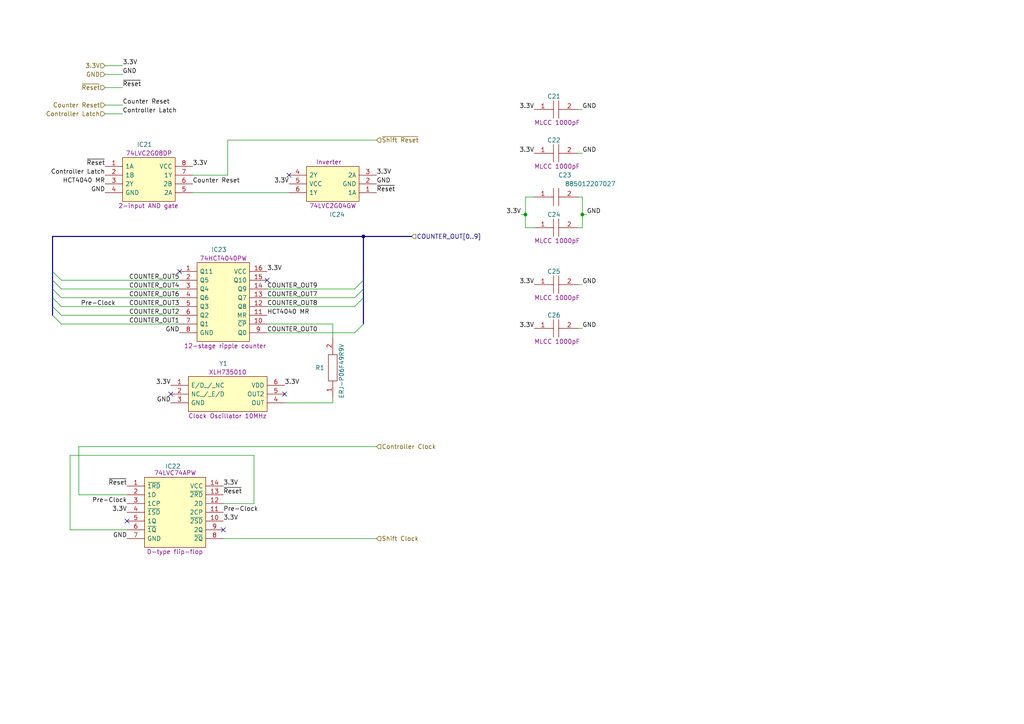
<source format=kicad_sch>
(kicad_sch (version 20211123) (generator eeschema)

  (uuid 5df00545-2ea0-40c4-8b4f-15836e94ff65)

  (paper "A4")

  (lib_symbols
    (symbol "Nexperia:74HCT4040PW,118" (pin_names (offset 0.762)) (in_bom yes) (on_board yes)
      (property "Reference" "IC" (id 0) (at 11.43 6.35 0)
        (effects (font (size 1.27 1.27)) (justify left))
      )
      (property "Value" "74HCT4040PW,118" (id 1) (at 21.59 5.08 0)
        (effects (font (size 1.27 1.27)) (justify left) hide)
      )
      (property "Footprint" "SOP65P640X110-16N" (id 2) (at 21.59 2.54 0)
        (effects (font (size 1.27 1.27)) (justify left) hide)
      )
      (property "Datasheet" "https://assets.nexperia.com/documents/data-sheet/74HC_HCT4040.pdf" (id 3) (at 21.59 0 0)
        (effects (font (size 1.27 1.27)) (justify left) hide)
      )
      (property "Description" "12-stage ripple counter" (id 4) (at 1.27 -21.59 0)
        (effects (font (size 1.27 1.27)) (justify left))
      )
      (property "Height" "1.1" (id 5) (at 21.59 -5.08 0)
        (effects (font (size 1.27 1.27)) (justify left) hide)
      )
      (property "Manufacturer_Name" "Nexperia" (id 6) (at 21.59 -7.62 0)
        (effects (font (size 1.27 1.27)) (justify left) hide)
      )
      (property "Manufacturer_Part_Number" "74HCT4040PW,118" (id 7) (at 21.59 -10.16 0)
        (effects (font (size 1.27 1.27)) (justify left) hide)
      )
      (property "Mouser Part Number" "771-HCT4040PW118" (id 8) (at 21.59 -12.7 0)
        (effects (font (size 1.27 1.27)) (justify left) hide)
      )
      (property "Mouser Price/Stock" "https://www.mouser.co.uk/ProductDetail/Nexperia/74HCT4040PW118?qs=me8TqzrmIYWO3Xv2GCrOxg%3D%3D" (id 9) (at 21.59 -15.24 0)
        (effects (font (size 1.27 1.27)) (justify left) hide)
      )
      (property "Arrow Part Number" "74HCT4040PW,118" (id 10) (at 21.59 -17.78 0)
        (effects (font (size 1.27 1.27)) (justify left) hide)
      )
      (property "Arrow Price/Stock" "https://www.arrow.com/en/products/74hct4040pw118/nexperia" (id 11) (at 21.59 -20.32 0)
        (effects (font (size 1.27 1.27)) (justify left) hide)
      )
      (property "Silk" "74HCT4040PW" (id 12) (at 12.7 3.81 0)
        (effects (font (size 1.27 1.27)))
      )
      (property "ki_description" "74HC(T)4040 - 12-stage binary ripple counter@en-us" (id 13) (at 0 0 0)
        (effects (font (size 1.27 1.27)) hide)
      )
      (symbol "74HCT4040PW,118_0_0"
        (pin passive line (at 0 0 0) (length 5.08)
          (name "Q11" (effects (font (size 1.27 1.27))))
          (number "1" (effects (font (size 1.27 1.27))))
        )
        (pin passive line (at 25.4 -15.24 180) (length 5.08)
          (name "~{CP}" (effects (font (size 1.27 1.27))))
          (number "10" (effects (font (size 1.27 1.27))))
        )
        (pin passive line (at 25.4 -12.7 180) (length 5.08)
          (name "MR" (effects (font (size 1.27 1.27))))
          (number "11" (effects (font (size 1.27 1.27))))
        )
        (pin passive line (at 25.4 -10.16 180) (length 5.08)
          (name "Q8" (effects (font (size 1.27 1.27))))
          (number "12" (effects (font (size 1.27 1.27))))
        )
        (pin passive line (at 25.4 -7.62 180) (length 5.08)
          (name "Q7" (effects (font (size 1.27 1.27))))
          (number "13" (effects (font (size 1.27 1.27))))
        )
        (pin passive line (at 25.4 -5.08 180) (length 5.08)
          (name "Q9" (effects (font (size 1.27 1.27))))
          (number "14" (effects (font (size 1.27 1.27))))
        )
        (pin passive line (at 25.4 -2.54 180) (length 5.08)
          (name "Q10" (effects (font (size 1.27 1.27))))
          (number "15" (effects (font (size 1.27 1.27))))
        )
        (pin passive line (at 25.4 0 180) (length 5.08)
          (name "VCC" (effects (font (size 1.27 1.27))))
          (number "16" (effects (font (size 1.27 1.27))))
        )
        (pin passive line (at 0 -2.54 0) (length 5.08)
          (name "Q5" (effects (font (size 1.27 1.27))))
          (number "2" (effects (font (size 1.27 1.27))))
        )
        (pin passive line (at 0 -5.08 0) (length 5.08)
          (name "Q4" (effects (font (size 1.27 1.27))))
          (number "3" (effects (font (size 1.27 1.27))))
        )
        (pin passive line (at 0 -7.62 0) (length 5.08)
          (name "Q6" (effects (font (size 1.27 1.27))))
          (number "4" (effects (font (size 1.27 1.27))))
        )
        (pin passive line (at 0 -10.16 0) (length 5.08)
          (name "Q3" (effects (font (size 1.27 1.27))))
          (number "5" (effects (font (size 1.27 1.27))))
        )
        (pin passive line (at 0 -12.7 0) (length 5.08)
          (name "Q2" (effects (font (size 1.27 1.27))))
          (number "6" (effects (font (size 1.27 1.27))))
        )
        (pin passive line (at 0 -15.24 0) (length 5.08)
          (name "Q1" (effects (font (size 1.27 1.27))))
          (number "7" (effects (font (size 1.27 1.27))))
        )
        (pin passive line (at 0 -17.78 0) (length 5.08)
          (name "GND" (effects (font (size 1.27 1.27))))
          (number "8" (effects (font (size 1.27 1.27))))
        )
        (pin passive line (at 25.4 -17.78 180) (length 5.08)
          (name "Q0" (effects (font (size 1.27 1.27))))
          (number "9" (effects (font (size 1.27 1.27))))
        )
      )
      (symbol "74HCT4040PW,118_0_1"
        (polyline
          (pts
            (xy 5.08 2.54)
            (xy 20.32 2.54)
            (xy 20.32 -20.32)
            (xy 5.08 -20.32)
            (xy 5.08 2.54)
          )
          (stroke (width 0.1524) (type default) (color 0 0 0 0))
          (fill (type background))
        )
      )
    )
    (symbol "Nexperia:74LVC2G04GW-Q100H" (pin_names (offset 0.762)) (in_bom yes) (on_board yes)
      (property "Reference" "IC" (id 0) (at 11.43 6.35 0)
        (effects (font (size 1.27 1.27)) (justify left))
      )
      (property "Value" "74LVC2G04GW-Q100H" (id 1) (at 21.59 5.08 0)
        (effects (font (size 1.27 1.27)) (justify left) hide)
      )
      (property "Footprint" "SOP65P210X110-6N" (id 2) (at 21.59 2.54 0)
        (effects (font (size 1.27 1.27)) (justify left) hide)
      )
      (property "Datasheet" "https://assets.nexperia.com/documents/data-sheet/74LVC2G04_Q100.pdf" (id 3) (at 21.59 0 0)
        (effects (font (size 1.27 1.27)) (justify left) hide)
      )
      (property "Description" "Inverter" (id 4) (at 10.16 -8.89 0)
        (effects (font (size 1.27 1.27)) (justify left))
      )
      (property "Height" "1.1" (id 5) (at 21.59 -5.08 0)
        (effects (font (size 1.27 1.27)) (justify left) hide)
      )
      (property "Manufacturer_Name" "Nexperia" (id 6) (at 21.59 -7.62 0)
        (effects (font (size 1.27 1.27)) (justify left) hide)
      )
      (property "Manufacturer_Part_Number" "74LVC2G04GW-Q100H" (id 7) (at 21.59 -10.16 0)
        (effects (font (size 1.27 1.27)) (justify left) hide)
      )
      (property "Mouser Part Number" "771-74LVC2G04GWQ100H" (id 8) (at 21.59 -12.7 0)
        (effects (font (size 1.27 1.27)) (justify left) hide)
      )
      (property "Mouser Price/Stock" "https://www.mouser.co.uk/ProductDetail/Nexperia/74LVC2G04GW-Q100H?qs=Yna0arPQ0CQTXbBDVSrZqQ%3D%3D" (id 9) (at 21.59 -15.24 0)
        (effects (font (size 1.27 1.27)) (justify left) hide)
      )
      (property "Arrow Part Number" "74LVC2G04GW-Q100H" (id 10) (at 21.59 -17.78 0)
        (effects (font (size 1.27 1.27)) (justify left) hide)
      )
      (property "Arrow Price/Stock" "https://www.arrow.com/en/products/74lvc2g04gw-q100h/nexperia" (id 11) (at 21.59 -20.32 0)
        (effects (font (size 1.27 1.27)) (justify left) hide)
      )
      (property "Silk" "74LVC2G04GW" (id 12) (at 12.7 3.81 0)
        (effects (font (size 1.27 1.27)))
      )
      (property "ki_description" "74LVC2G04-Q100 - Dual inverter@en-us" (id 13) (at 0 0 0)
        (effects (font (size 1.27 1.27)) hide)
      )
      (symbol "74LVC2G04GW-Q100H_0_0"
        (pin passive line (at 0 0 0) (length 5.08)
          (name "1A" (effects (font (size 1.27 1.27))))
          (number "1" (effects (font (size 1.27 1.27))))
        )
        (pin passive line (at 0 -2.54 0) (length 5.08)
          (name "GND" (effects (font (size 1.27 1.27))))
          (number "2" (effects (font (size 1.27 1.27))))
        )
        (pin passive line (at 0 -5.08 0) (length 5.08)
          (name "2A" (effects (font (size 1.27 1.27))))
          (number "3" (effects (font (size 1.27 1.27))))
        )
        (pin passive line (at 25.4 -5.08 180) (length 5.08)
          (name "2Y" (effects (font (size 1.27 1.27))))
          (number "4" (effects (font (size 1.27 1.27))))
        )
        (pin passive line (at 25.4 -2.54 180) (length 5.08)
          (name "VCC" (effects (font (size 1.27 1.27))))
          (number "5" (effects (font (size 1.27 1.27))))
        )
        (pin passive line (at 25.4 0 180) (length 5.08)
          (name "1Y" (effects (font (size 1.27 1.27))))
          (number "6" (effects (font (size 1.27 1.27))))
        )
      )
      (symbol "74LVC2G04GW-Q100H_0_1"
        (polyline
          (pts
            (xy 5.08 2.54)
            (xy 20.32 2.54)
            (xy 20.32 -7.62)
            (xy 5.08 -7.62)
            (xy 5.08 2.54)
          )
          (stroke (width 0.1524) (type default) (color 0 0 0 0))
          (fill (type background))
        )
      )
    )
    (symbol "Nexperia:74LVC2G08DP-Q100H" (pin_names (offset 0.762)) (in_bom yes) (on_board yes)
      (property "Reference" "IC" (id 0) (at 11.43 6.35 0)
        (effects (font (size 1.27 1.27)) (justify left))
      )
      (property "Value" "74LVC2G08DP-Q100H" (id 1) (at 21.59 5.08 0)
        (effects (font (size 1.27 1.27)) (justify left) hide)
      )
      (property "Footprint" "SOP65P400X110-8N" (id 2) (at 21.59 2.54 0)
        (effects (font (size 1.27 1.27)) (justify left) hide)
      )
      (property "Datasheet" "https://assets.nexperia.com/documents/data-sheet/74LVC2G08_Q100.pdf" (id 3) (at 21.59 0 0)
        (effects (font (size 1.27 1.27)) (justify left) hide)
      )
      (property "Description" "2-input AND gate" (id 4) (at 3.81 -11.43 0)
        (effects (font (size 1.27 1.27)) (justify left))
      )
      (property "Height" "1.1" (id 5) (at 21.59 -5.08 0)
        (effects (font (size 1.27 1.27)) (justify left) hide)
      )
      (property "Manufacturer_Name" "Nexperia" (id 6) (at 21.59 -7.62 0)
        (effects (font (size 1.27 1.27)) (justify left) hide)
      )
      (property "Manufacturer_Part_Number" "74LVC2G08DP-Q100H" (id 7) (at 21.59 -10.16 0)
        (effects (font (size 1.27 1.27)) (justify left) hide)
      )
      (property "Mouser Part Number" "771-74LVC2G08DPQ100H" (id 8) (at 21.59 -12.7 0)
        (effects (font (size 1.27 1.27)) (justify left) hide)
      )
      (property "Mouser Price/Stock" "https://www.mouser.co.uk/ProductDetail/Nexperia/74LVC2G08DP-Q100H?qs=fi7yB2oewZnJ07IC2YGuEQ%3D%3D" (id 9) (at 21.59 -15.24 0)
        (effects (font (size 1.27 1.27)) (justify left) hide)
      )
      (property "Arrow Part Number" "74LVC2G08DP-Q100H" (id 10) (at 21.59 -17.78 0)
        (effects (font (size 1.27 1.27)) (justify left) hide)
      )
      (property "Arrow Price/Stock" "https://www.arrow.com/en/products/74lvc2g08dp-q100h/nexperia?region=nac" (id 11) (at 21.59 -20.32 0)
        (effects (font (size 1.27 1.27)) (justify left) hide)
      )
      (property "Silk" "74LVC2G08DP" (id 12) (at 12.7 3.81 0)
        (effects (font (size 1.27 1.27)))
      )
      (property "ki_description" "74LVC2G08-Q100 - Dual 2-input AND gate@en-us" (id 13) (at 0 0 0)
        (effects (font (size 1.27 1.27)) hide)
      )
      (symbol "74LVC2G08DP-Q100H_0_0"
        (pin passive line (at 0 0 0) (length 5.08)
          (name "1A" (effects (font (size 1.27 1.27))))
          (number "1" (effects (font (size 1.27 1.27))))
        )
        (pin passive line (at 0 -2.54 0) (length 5.08)
          (name "1B" (effects (font (size 1.27 1.27))))
          (number "2" (effects (font (size 1.27 1.27))))
        )
        (pin passive line (at 0 -5.08 0) (length 5.08)
          (name "2Y" (effects (font (size 1.27 1.27))))
          (number "3" (effects (font (size 1.27 1.27))))
        )
        (pin passive line (at 0 -7.62 0) (length 5.08)
          (name "GND" (effects (font (size 1.27 1.27))))
          (number "4" (effects (font (size 1.27 1.27))))
        )
        (pin passive line (at 25.4 -7.62 180) (length 5.08)
          (name "2A" (effects (font (size 1.27 1.27))))
          (number "5" (effects (font (size 1.27 1.27))))
        )
        (pin passive line (at 25.4 -5.08 180) (length 5.08)
          (name "2B" (effects (font (size 1.27 1.27))))
          (number "6" (effects (font (size 1.27 1.27))))
        )
        (pin passive line (at 25.4 -2.54 180) (length 5.08)
          (name "1Y" (effects (font (size 1.27 1.27))))
          (number "7" (effects (font (size 1.27 1.27))))
        )
        (pin passive line (at 25.4 0 180) (length 5.08)
          (name "VCC" (effects (font (size 1.27 1.27))))
          (number "8" (effects (font (size 1.27 1.27))))
        )
      )
      (symbol "74LVC2G08DP-Q100H_0_1"
        (polyline
          (pts
            (xy 5.08 2.54)
            (xy 20.32 2.54)
            (xy 20.32 -10.16)
            (xy 5.08 -10.16)
            (xy 5.08 2.54)
          )
          (stroke (width 0.1524) (type default) (color 0 0 0 0))
          (fill (type background))
        )
      )
    )
    (symbol "Nexperia:74LVC74APW,118" (pin_names (offset 0.762)) (in_bom yes) (on_board yes)
      (property "Reference" "IC" (id 0) (at 13.335 5.715 0)
        (effects (font (size 1.27 1.27)) (justify left))
      )
      (property "Value" "74LVC74APW,118" (id 1) (at 24.13 5.08 0)
        (effects (font (size 1.27 1.27)) (justify left) hide)
      )
      (property "Footprint" "SOP65P640X110-14N" (id 2) (at 24.13 2.54 0)
        (effects (font (size 1.27 1.27)) (justify left) hide)
      )
      (property "Datasheet" "https://assets.nexperia.com/documents/data-sheet/74LVC74A.pdf" (id 3) (at 24.13 0 0)
        (effects (font (size 1.27 1.27)) (justify left) hide)
      )
      (property "Description" "D-type flip-flop" (id 4) (at 5.715 -19.05 0)
        (effects (font (size 1.27 1.27)) (justify left))
      )
      (property "Height" "1.1" (id 5) (at 24.13 -5.08 0)
        (effects (font (size 1.27 1.27)) (justify left) hide)
      )
      (property "Mouser Part Number" "771-74LVC74APW-T" (id 6) (at 24.13 -7.62 0)
        (effects (font (size 1.27 1.27)) (justify left) hide)
      )
      (property "Mouser Price/Stock" "https://www.mouser.co.uk/ProductDetail/Nexperia/74LVC74APW118?qs=me8TqzrmIYVtXwVfet0lzw%3D%3D" (id 7) (at 24.13 -10.16 0)
        (effects (font (size 1.27 1.27)) (justify left) hide)
      )
      (property "Manufacturer_Name" "Nexperia" (id 8) (at 24.13 -12.7 0)
        (effects (font (size 1.27 1.27)) (justify left) hide)
      )
      (property "Manufacturer_Part_Number" "74LVC74APW,118" (id 9) (at 24.13 -15.24 0)
        (effects (font (size 1.27 1.27)) (justify left) hide)
      )
      (property "Silk" "74LVC74APW" (id 10) (at 13.97 3.81 0)
        (effects (font (size 1.27 1.27)))
      )
      (property "ki_description" "74LVC74A - Dual D-type flip-flop with set and reset; positive-edge trigger@en-us" (id 11) (at 0 0 0)
        (effects (font (size 1.27 1.27)) hide)
      )
      (symbol "74LVC74APW,118_0_0"
        (pin passive line (at 0 0 0) (length 5.08)
          (name "~{1RD}" (effects (font (size 1.27 1.27))))
          (number "1" (effects (font (size 1.27 1.27))))
        )
        (pin passive line (at 27.94 -10.16 180) (length 5.08)
          (name "~{2SD}" (effects (font (size 1.27 1.27))))
          (number "10" (effects (font (size 1.27 1.27))))
        )
        (pin passive line (at 27.94 -7.62 180) (length 5.08)
          (name "2CP" (effects (font (size 1.27 1.27))))
          (number "11" (effects (font (size 1.27 1.27))))
        )
        (pin passive line (at 27.94 -5.08 180) (length 5.08)
          (name "2D" (effects (font (size 1.27 1.27))))
          (number "12" (effects (font (size 1.27 1.27))))
        )
        (pin passive line (at 27.94 -2.54 180) (length 5.08)
          (name "~{2RD}" (effects (font (size 1.27 1.27))))
          (number "13" (effects (font (size 1.27 1.27))))
        )
        (pin passive line (at 27.94 0 180) (length 5.08)
          (name "VCC" (effects (font (size 1.27 1.27))))
          (number "14" (effects (font (size 1.27 1.27))))
        )
        (pin passive line (at 0 -2.54 0) (length 5.08)
          (name "1D" (effects (font (size 1.27 1.27))))
          (number "2" (effects (font (size 1.27 1.27))))
        )
        (pin passive line (at 0 -5.08 0) (length 5.08)
          (name "1CP" (effects (font (size 1.27 1.27))))
          (number "3" (effects (font (size 1.27 1.27))))
        )
        (pin passive line (at 0 -7.62 0) (length 5.08)
          (name "~{1SD}" (effects (font (size 1.27 1.27))))
          (number "4" (effects (font (size 1.27 1.27))))
        )
        (pin passive line (at 0 -10.16 0) (length 5.08)
          (name "1Q" (effects (font (size 1.27 1.27))))
          (number "5" (effects (font (size 1.27 1.27))))
        )
        (pin passive line (at 0 -12.7 0) (length 5.08)
          (name "~{1Q}" (effects (font (size 1.27 1.27))))
          (number "6" (effects (font (size 1.27 1.27))))
        )
        (pin passive line (at 0 -15.24 0) (length 5.08)
          (name "GND" (effects (font (size 1.27 1.27))))
          (number "7" (effects (font (size 1.27 1.27))))
        )
        (pin passive line (at 27.94 -15.24 180) (length 5.08)
          (name "~{2Q}" (effects (font (size 1.27 1.27))))
          (number "8" (effects (font (size 1.27 1.27))))
        )
        (pin passive line (at 27.94 -12.7 180) (length 5.08)
          (name "2Q" (effects (font (size 1.27 1.27))))
          (number "9" (effects (font (size 1.27 1.27))))
        )
      )
      (symbol "74LVC74APW,118_0_1"
        (polyline
          (pts
            (xy 5.08 2.54)
            (xy 22.86 2.54)
            (xy 22.86 -17.78)
            (xy 5.08 -17.78)
            (xy 5.08 2.54)
          )
          (stroke (width 0.1524) (type default) (color 0 0 0 0))
          (fill (type background))
        )
      )
    )
    (symbol "Panasonic:ERJ-P06F49R9V" (pin_names (offset 0.762)) (in_bom yes) (on_board yes)
      (property "Reference" "R" (id 0) (at 13.97 6.35 0)
        (effects (font (size 1.27 1.27)) (justify left))
      )
      (property "Value" "ERJ-P06F49R9V" (id 1) (at 13.97 3.81 0)
        (effects (font (size 1.27 1.27)) (justify left))
      )
      (property "Footprint" "ERJP06__0805_" (id 2) (at 13.97 1.27 0)
        (effects (font (size 1.27 1.27)) (justify left) hide)
      )
      (property "Datasheet" "https://industrial.panasonic.com/cdbs/www-data/pdf/RDO0000/AOA0000C331.pdf" (id 3) (at 13.97 -1.27 0)
        (effects (font (size 1.27 1.27)) (justify left) hide)
      )
      (property "Description" "Thick Film Resistors - SMD 0805 49.9ohms 0.5W 1% AEC-Q200" (id 4) (at 13.97 -3.81 0)
        (effects (font (size 1.27 1.27)) (justify left) hide)
      )
      (property "Height" "0.7" (id 5) (at 13.97 -6.35 0)
        (effects (font (size 1.27 1.27)) (justify left) hide)
      )
      (property "Manufacturer_Name" "Panasonic" (id 6) (at 13.97 -8.89 0)
        (effects (font (size 1.27 1.27)) (justify left) hide)
      )
      (property "Manufacturer_Part_Number" "ERJ-P06F49R9V" (id 7) (at 13.97 -11.43 0)
        (effects (font (size 1.27 1.27)) (justify left) hide)
      )
      (property "Mouser Part Number" "667-ERJ-P06F49R9V" (id 8) (at 13.97 -13.97 0)
        (effects (font (size 1.27 1.27)) (justify left) hide)
      )
      (property "Mouser Price/Stock" "https://www.mouser.com/Search/Refine.aspx?Keyword=667-ERJ-P06F49R9V" (id 9) (at 13.97 -16.51 0)
        (effects (font (size 1.27 1.27)) (justify left) hide)
      )
      (property "Arrow Part Number" "ERJ-P06F49R9V" (id 10) (at 13.97 -19.05 0)
        (effects (font (size 1.27 1.27)) (justify left) hide)
      )
      (property "Arrow Price/Stock" "https://www.arrow.com/en/products/erj-p06f49r9v/panasonic" (id 11) (at 13.97 -21.59 0)
        (effects (font (size 1.27 1.27)) (justify left) hide)
      )
      (property "ki_description" "Thick Film Resistors - SMD 0805 49.9ohms 0.5W 1% AEC-Q200" (id 12) (at 0 0 0)
        (effects (font (size 1.27 1.27)) hide)
      )
      (symbol "ERJ-P06F49R9V_0_0"
        (pin passive line (at 0 0 0) (length 5.08)
          (name "~" (effects (font (size 1.27 1.27))))
          (number "1" (effects (font (size 1.27 1.27))))
        )
        (pin passive line (at 17.78 0 180) (length 5.08)
          (name "~" (effects (font (size 1.27 1.27))))
          (number "2" (effects (font (size 1.27 1.27))))
        )
      )
      (symbol "ERJ-P06F49R9V_0_1"
        (polyline
          (pts
            (xy 5.08 1.27)
            (xy 12.7 1.27)
            (xy 12.7 -1.27)
            (xy 5.08 -1.27)
            (xy 5.08 1.27)
          )
          (stroke (width 0.1524) (type default) (color 0 0 0 0))
          (fill (type none))
        )
      )
    )
    (symbol "Renesas:XLH735010.000000X" (pin_names (offset 0.762)) (in_bom yes) (on_board yes)
      (property "Reference" "Y" (id 0) (at 15.24 6.35 0)
        (effects (font (size 1.27 1.27)) (justify left))
      )
      (property "Value" "XLH735010.000000X" (id 1) (at 29.21 5.08 0)
        (effects (font (size 1.27 1.27)) (justify left) hide)
      )
      (property "Footprint" "XLH735010000000X" (id 2) (at 29.21 2.54 0)
        (effects (font (size 1.27 1.27)) (justify left) hide)
      )
      (property "Datasheet" "https://www.mouser.co.za/datasheet/2/698/REN_XL_Crystal_Oscillators_Datasheet_DST_20220111-1954959.pdf" (id 3) (at 29.21 0 0)
        (effects (font (size 1.27 1.27)) (justify left) hide)
      )
      (property "Description" "Clock Oscillator 10MHz" (id 4) (at 5.08 -8.89 0)
        (effects (font (size 1.27 1.27)) (justify left))
      )
      (property "Height" "1.45" (id 5) (at 29.21 -5.08 0)
        (effects (font (size 1.27 1.27)) (justify left) hide)
      )
      (property "Manufacturer_Name" "IDT" (id 6) (at 29.21 -7.62 0)
        (effects (font (size 1.27 1.27)) (justify left) hide)
      )
      (property "Manufacturer_Part_Number" "XLH735010.000000X" (id 7) (at 29.21 -10.16 0)
        (effects (font (size 1.27 1.27)) (justify left) hide)
      )
      (property "Mouser Part Number" "972-XLH735010000000X" (id 8) (at 29.21 -12.7 0)
        (effects (font (size 1.27 1.27)) (justify left) hide)
      )
      (property "Mouser Price/Stock" "https://www.mouser.com/Search/Refine.aspx?Keyword=972-XLH735010000000X" (id 9) (at 29.21 -15.24 0)
        (effects (font (size 1.27 1.27)) (justify left) hide)
      )
      (property "Arrow Part Number" "" (id 10) (at 29.21 -17.78 0)
        (effects (font (size 1.27 1.27)) (justify left) hide)
      )
      (property "Arrow Price/Stock" "" (id 11) (at 29.21 -20.32 0)
        (effects (font (size 1.27 1.27)) (justify left) hide)
      )
      (property "Silk" "XLH735010" (id 12) (at 16.51 3.81 0)
        (effects (font (size 1.27 1.27)))
      )
      (property "ki_description" "Standard Clock Oscillators 10 MHz, HCMOS 3.3V, 50 ppm" (id 13) (at 0 0 0)
        (effects (font (size 1.27 1.27)) hide)
      )
      (symbol "XLH735010.000000X_0_0"
        (pin passive line (at 0 0 0) (length 5.08)
          (name "E/D_/_NC" (effects (font (size 1.27 1.27))))
          (number "1" (effects (font (size 1.27 1.27))))
        )
        (pin passive line (at 0 -2.54 0) (length 5.08)
          (name "NC_/_E/D" (effects (font (size 1.27 1.27))))
          (number "2" (effects (font (size 1.27 1.27))))
        )
        (pin passive line (at 0 -5.08 0) (length 5.08)
          (name "GND" (effects (font (size 1.27 1.27))))
          (number "3" (effects (font (size 1.27 1.27))))
        )
        (pin passive line (at 33.02 -5.08 180) (length 5.08)
          (name "OUT" (effects (font (size 1.27 1.27))))
          (number "4" (effects (font (size 1.27 1.27))))
        )
        (pin passive line (at 33.02 -2.54 180) (length 5.08)
          (name "OUT2" (effects (font (size 1.27 1.27))))
          (number "5" (effects (font (size 1.27 1.27))))
        )
        (pin passive line (at 33.02 0 180) (length 5.08)
          (name "VDD" (effects (font (size 1.27 1.27))))
          (number "6" (effects (font (size 1.27 1.27))))
        )
      )
      (symbol "XLH735010.000000X_0_1"
        (polyline
          (pts
            (xy 5.08 2.54)
            (xy 27.94 2.54)
            (xy 27.94 -7.62)
            (xy 5.08 -7.62)
            (xy 5.08 2.54)
          )
          (stroke (width 0.1524) (type default) (color 0 0 0 0))
          (fill (type background))
        )
      )
    )
    (symbol "Wurth_Elektronik:885012207027" (pin_names (offset 0.762)) (in_bom yes) (on_board yes)
      (property "Reference" "C" (id 0) (at 8.89 6.35 0)
        (effects (font (size 1.27 1.27)) (justify left))
      )
      (property "Value" "885012207027" (id 1) (at 8.89 3.81 0)
        (effects (font (size 1.27 1.27)) (justify left))
      )
      (property "Footprint" "CAPC2012X90N" (id 2) (at 8.89 1.27 0)
        (effects (font (size 1.27 1.27)) (justify left) hide)
      )
      (property "Datasheet" "https://katalog.we-online.com/pbs/datasheet/885012207027.pdf" (id 3) (at 8.89 -1.27 0)
        (effects (font (size 1.27 1.27)) (justify left) hide)
      )
      (property "Description" "Multilayer Ceramic Chip Capacitor WCAP-CSGP Series 0805 100pF X7R0805101K016DFCT10000" (id 4) (at 8.89 -3.81 0)
        (effects (font (size 1.27 1.27)) (justify left) hide)
      )
      (property "Height" "0.9" (id 5) (at 8.89 -6.35 0)
        (effects (font (size 1.27 1.27)) (justify left) hide)
      )
      (property "Mouser Part Number" "710-885012207027" (id 6) (at 8.89 -8.89 0)
        (effects (font (size 1.27 1.27)) (justify left) hide)
      )
      (property "Mouser Price/Stock" "https://www.mouser.co.uk/ProductDetail/Wurth-Elektronik/885012207027?qs=0KOYDY2FL28IWYVDh0DkrQ%3D%3D" (id 7) (at 8.89 -11.43 0)
        (effects (font (size 1.27 1.27)) (justify left) hide)
      )
      (property "Manufacturer_Name" "Wurth Elektronik" (id 8) (at 8.89 -13.97 0)
        (effects (font (size 1.27 1.27)) (justify left) hide)
      )
      (property "Manufacturer_Part_Number" "885012207027" (id 9) (at 8.89 -16.51 0)
        (effects (font (size 1.27 1.27)) (justify left) hide)
      )
      (property "ki_description" "Multilayer Ceramic Chip Capacitor WCAP-CSGP Series 0805 100pF X7R0805101K016DFCT10000" (id 10) (at 0 0 0)
        (effects (font (size 1.27 1.27)) hide)
      )
      (symbol "885012207027_0_0"
        (pin passive line (at 0 0 0) (length 5.08)
          (name "~" (effects (font (size 1.27 1.27))))
          (number "1" (effects (font (size 1.27 1.27))))
        )
        (pin passive line (at 12.7 0 180) (length 5.08)
          (name "~" (effects (font (size 1.27 1.27))))
          (number "2" (effects (font (size 1.27 1.27))))
        )
      )
      (symbol "885012207027_0_1"
        (polyline
          (pts
            (xy 5.08 0)
            (xy 5.588 0)
          )
          (stroke (width 0.1524) (type default) (color 0 0 0 0))
          (fill (type none))
        )
        (polyline
          (pts
            (xy 5.588 2.54)
            (xy 5.588 -2.54)
          )
          (stroke (width 0.1524) (type default) (color 0 0 0 0))
          (fill (type none))
        )
        (polyline
          (pts
            (xy 7.112 0)
            (xy 7.62 0)
          )
          (stroke (width 0.1524) (type default) (color 0 0 0 0))
          (fill (type none))
        )
        (polyline
          (pts
            (xy 7.112 2.54)
            (xy 7.112 -2.54)
          )
          (stroke (width 0.1524) (type default) (color 0 0 0 0))
          (fill (type none))
        )
      )
    )
    (symbol "Wurth_Elektronik:885012207033" (pin_names (offset 0.762)) (in_bom yes) (on_board yes)
      (property "Reference" "C" (id 0) (at 5.715 3.81 0)
        (effects (font (size 1.27 1.27)) (justify left))
      )
      (property "Value" "885012207033" (id 1) (at -1.27 3.81 0)
        (effects (font (size 1.27 1.27)) (justify left) hide)
      )
      (property "Footprint" "CAPC2012X90N" (id 2) (at 8.89 1.27 0)
        (effects (font (size 1.27 1.27)) (justify left) hide)
      )
      (property "Datasheet" "https://katalog.we-online.com/pbs/datasheet/885012207033.pdf" (id 3) (at 8.89 -1.27 0)
        (effects (font (size 1.27 1.27)) (justify left) hide)
      )
      (property "Description" "MLCC 1000pF" (id 4) (at 0 -3.81 0)
        (effects (font (size 1.27 1.27)) (justify left))
      )
      (property "Height" "0.9" (id 5) (at 8.89 -6.35 0)
        (effects (font (size 1.27 1.27)) (justify left) hide)
      )
      (property "Manufacturer_Name" "Wurth Elektronik" (id 6) (at 8.89 -8.89 0)
        (effects (font (size 1.27 1.27)) (justify left) hide)
      )
      (property "Manufacturer_Part_Number" "885012207033" (id 7) (at 8.89 -11.43 0)
        (effects (font (size 1.27 1.27)) (justify left) hide)
      )
      (property "Mouser Part Number" "710-885012207033" (id 8) (at 8.89 -13.97 0)
        (effects (font (size 1.27 1.27)) (justify left) hide)
      )
      (property "Mouser Price/Stock" "https://www.mouser.co.uk/ProductDetail/Wurth-Elektronik/885012207033?qs=0KOYDY2FL28ky2lrUPvQ%2Fw%3D%3D" (id 9) (at 8.89 -16.51 0)
        (effects (font (size 1.27 1.27)) (justify left) hide)
      )
      (property "Arrow Part Number" "" (id 10) (at 8.89 -19.05 0)
        (effects (font (size 1.27 1.27)) (justify left) hide)
      )
      (property "Arrow Price/Stock" "" (id 11) (at 8.89 -21.59 0)
        (effects (font (size 1.27 1.27)) (justify left) hide)
      )
      (property "ki_description" "Multilayer Ceramic Chip Capacitor WCAP-CSGP Series 0805 1000pF X7R0805102K016DFCT10000" (id 12) (at 0 0 0)
        (effects (font (size 1.27 1.27)) hide)
      )
      (symbol "885012207033_0_0"
        (pin passive line (at 0 0 0) (length 5.08)
          (name "~" (effects (font (size 1.27 1.27))))
          (number "1" (effects (font (size 1.27 1.27))))
        )
        (pin passive line (at 12.7 0 180) (length 5.08)
          (name "~" (effects (font (size 1.27 1.27))))
          (number "2" (effects (font (size 1.27 1.27))))
        )
      )
      (symbol "885012207033_0_1"
        (polyline
          (pts
            (xy 5.08 0)
            (xy 5.588 0)
          )
          (stroke (width 0.1524) (type default) (color 0 0 0 0))
          (fill (type none))
        )
        (polyline
          (pts
            (xy 5.588 2.54)
            (xy 5.588 -2.54)
          )
          (stroke (width 0.1524) (type default) (color 0 0 0 0))
          (fill (type none))
        )
        (polyline
          (pts
            (xy 7.112 0)
            (xy 7.62 0)
          )
          (stroke (width 0.1524) (type default) (color 0 0 0 0))
          (fill (type none))
        )
        (polyline
          (pts
            (xy 7.112 2.54)
            (xy 7.112 -2.54)
          )
          (stroke (width 0.1524) (type default) (color 0 0 0 0))
          (fill (type none))
        )
      )
    )
  )

  (junction (at 152.4 62.23) (diameter 0) (color 0 0 0 0)
    (uuid 13eef5f4-bc2f-4c38-b278-6baf83feeb55)
  )
  (junction (at 105.41 68.58) (diameter 0) (color 0 0 0 0)
    (uuid 56858655-5d32-473b-b90e-5d47bdd47c2c)
  )
  (junction (at 168.91 62.23) (diameter 0) (color 0 0 0 0)
    (uuid 8155700e-cb62-44a2-92ad-e63b9c624eb0)
  )

  (no_connect (at 52.07 78.74) (uuid 2bbdeb13-7bd7-47b7-9294-be98d3e94853))
  (no_connect (at 77.47 81.28) (uuid 43b6320e-5bbf-477d-b080-fb68bbe46d4a))
  (no_connect (at 36.83 151.13) (uuid 912bb0b5-a3ae-48ad-9ceb-0f6ee6e8c674))
  (no_connect (at 64.77 153.67) (uuid beea1ebb-9f53-4efc-843b-434c54958b80))
  (no_connect (at 49.53 114.3) (uuid e4e6c9a3-d4f8-4c3a-9663-b3b4e78195ff))
  (no_connect (at 82.55 114.3) (uuid ee848854-8923-4173-ad31-f5981e5ee308))
  (no_connect (at 83.82 50.8) (uuid ff836ed5-03bb-468b-9faa-30d557be1524))

  (bus_entry (at 17.78 93.98) (size -2.54 -2.54)
    (stroke (width 0) (type default) (color 0 0 0 0))
    (uuid 0b8a0aaf-5868-403a-8e73-73f24ce08a5b)
  )
  (bus_entry (at 105.41 93.98) (size -2.54 2.54)
    (stroke (width 0) (type default) (color 0 0 0 0))
    (uuid 3a0dc3c6-d368-4003-8d46-8b677a446b05)
  )
  (bus_entry (at 105.41 86.36) (size -2.54 2.54)
    (stroke (width 0) (type default) (color 0 0 0 0))
    (uuid 3d067846-6c72-4c54-bd46-f3db9ba7a1c1)
  )
  (bus_entry (at 105.41 81.28) (size -2.54 2.54)
    (stroke (width 0) (type default) (color 0 0 0 0))
    (uuid 400995fd-2deb-4af6-adc6-a9a35de4db1b)
  )
  (bus_entry (at 105.41 83.82) (size -2.54 2.54)
    (stroke (width 0) (type default) (color 0 0 0 0))
    (uuid 509e79b5-3d08-465d-bf55-39a00faca01d)
  )
  (bus_entry (at 17.78 81.28) (size -2.54 -2.54)
    (stroke (width 0) (type default) (color 0 0 0 0))
    (uuid 7fdfbb03-7eda-4630-ab18-da1969738baa)
  )
  (bus_entry (at 17.78 88.9) (size -2.54 -2.54)
    (stroke (width 0) (type default) (color 0 0 0 0))
    (uuid 8a0f455f-2d3c-4260-ac01-8fa5e8ced54d)
  )
  (bus_entry (at 17.78 91.44) (size -2.54 -2.54)
    (stroke (width 0) (type default) (color 0 0 0 0))
    (uuid a6dd74f6-d696-402c-b679-74cca67d931f)
  )
  (bus_entry (at 17.78 86.36) (size -2.54 -2.54)
    (stroke (width 0) (type default) (color 0 0 0 0))
    (uuid d4a3a9f3-c701-4807-a01d-ffc5e16cfd1b)
  )
  (bus_entry (at 17.78 83.82) (size -2.54 -2.54)
    (stroke (width 0) (type default) (color 0 0 0 0))
    (uuid d97985c8-cb91-4555-ae1c-440f61ae9880)
  )

  (wire (pts (xy 36.83 143.51) (xy 22.86 143.51))
    (stroke (width 0) (type default) (color 0 0 0 0))
    (uuid 01c7bfb8-e958-4886-8963-6c9ae867b066)
  )
  (bus (pts (xy 15.24 86.36) (xy 15.24 88.9))
    (stroke (width 0) (type default) (color 0 0 0 0))
    (uuid 0f3de5f7-ae52-4fbe-9de1-6b3ae7c28223)
  )

  (wire (pts (xy 22.86 129.54) (xy 109.22 129.54))
    (stroke (width 0) (type default) (color 0 0 0 0))
    (uuid 14bca203-2068-48c9-8bf5-c5498a112c00)
  )
  (bus (pts (xy 15.24 78.74) (xy 15.24 81.28))
    (stroke (width 0) (type default) (color 0 0 0 0))
    (uuid 17297d77-af17-43e9-94ef-fa0cd1183ac2)
  )

  (wire (pts (xy 77.47 93.98) (xy 96.52 93.98))
    (stroke (width 0) (type default) (color 0 0 0 0))
    (uuid 184880fa-efc0-47e3-bc28-fcd09a24113a)
  )
  (bus (pts (xy 15.24 83.82) (xy 15.24 86.36))
    (stroke (width 0) (type default) (color 0 0 0 0))
    (uuid 1eac8205-7872-463a-92a8-011b4fbc6564)
  )

  (wire (pts (xy 73.66 132.08) (xy 73.66 146.05))
    (stroke (width 0) (type default) (color 0 0 0 0))
    (uuid 1fb4b978-a830-4dc6-8c9b-cd9fc3eca553)
  )
  (bus (pts (xy 119.38 68.58) (xy 105.41 68.58))
    (stroke (width 0) (type default) (color 0 0 0 0))
    (uuid 23823482-09c3-49e8-9e06-9ff2713a223a)
  )

  (wire (pts (xy 64.77 156.21) (xy 109.22 156.21))
    (stroke (width 0) (type default) (color 0 0 0 0))
    (uuid 255f8bc2-3dbd-40a6-a33d-63d58ecb6eb5)
  )
  (wire (pts (xy 17.78 81.28) (xy 52.07 81.28))
    (stroke (width 0) (type default) (color 0 0 0 0))
    (uuid 27c7b01d-9ac4-4bd9-b3e0-88091e59a05d)
  )
  (wire (pts (xy 154.94 66.04) (xy 152.4 66.04))
    (stroke (width 0) (type default) (color 0 0 0 0))
    (uuid 325c3b28-634b-4f90-99f1-83499a85871f)
  )
  (wire (pts (xy 66.04 40.64) (xy 109.22 40.64))
    (stroke (width 0) (type default) (color 0 0 0 0))
    (uuid 3dd808b9-9b01-4a5b-9aaa-55f784dd8e82)
  )
  (wire (pts (xy 66.04 50.8) (xy 66.04 40.64))
    (stroke (width 0) (type default) (color 0 0 0 0))
    (uuid 3e66a720-a8df-4e7b-ba08-3d2d5052e140)
  )
  (wire (pts (xy 30.48 30.48) (xy 35.56 30.48))
    (stroke (width 0) (type default) (color 0 0 0 0))
    (uuid 3ea7cae7-92fc-4ca9-80be-453ae8b21b62)
  )
  (wire (pts (xy 168.91 57.15) (xy 167.64 57.15))
    (stroke (width 0) (type default) (color 0 0 0 0))
    (uuid 410a228e-914c-4bf3-9b8d-fcc53dd66bad)
  )
  (bus (pts (xy 105.41 86.36) (xy 105.41 93.98))
    (stroke (width 0) (type default) (color 0 0 0 0))
    (uuid 423b1f35-7d3b-45f0-bfb7-fbb9f9d10887)
  )

  (wire (pts (xy 30.48 21.59) (xy 35.56 21.59))
    (stroke (width 0) (type default) (color 0 0 0 0))
    (uuid 4752b7de-6b00-4d03-adf2-ef9b6bb3fde6)
  )
  (bus (pts (xy 105.41 83.82) (xy 105.41 81.28))
    (stroke (width 0) (type default) (color 0 0 0 0))
    (uuid 4a4ebce4-a3fa-4713-8347-673809af03ba)
  )

  (wire (pts (xy 77.47 96.52) (xy 102.87 96.52))
    (stroke (width 0) (type default) (color 0 0 0 0))
    (uuid 57fb27de-702c-4f32-af5c-2bea546997b0)
  )
  (wire (pts (xy 77.47 88.9) (xy 102.87 88.9))
    (stroke (width 0) (type default) (color 0 0 0 0))
    (uuid 6316403f-a155-4c06-8aa2-12d103953305)
  )
  (wire (pts (xy 30.48 25.4) (xy 35.56 25.4))
    (stroke (width 0) (type default) (color 0 0 0 0))
    (uuid 66ca38cd-0e0c-4c0b-adb4-ee3e1ef25da8)
  )
  (wire (pts (xy 22.86 143.51) (xy 22.86 129.54))
    (stroke (width 0) (type default) (color 0 0 0 0))
    (uuid 682336fb-2610-4e98-a13d-69f321d1b3b0)
  )
  (wire (pts (xy 96.52 116.84) (xy 82.55 116.84))
    (stroke (width 0) (type default) (color 0 0 0 0))
    (uuid 6a9b01d6-2ddf-4250-9d32-3cea0a8f3eec)
  )
  (wire (pts (xy 167.64 31.75) (xy 168.91 31.75))
    (stroke (width 0) (type default) (color 0 0 0 0))
    (uuid 76027aa9-bf81-4804-8703-7b46694a15cd)
  )
  (wire (pts (xy 96.52 93.98) (xy 96.52 97.79))
    (stroke (width 0) (type default) (color 0 0 0 0))
    (uuid 79ea7338-2596-41cf-bdd1-428363143cd9)
  )
  (wire (pts (xy 17.78 83.82) (xy 52.07 83.82))
    (stroke (width 0) (type default) (color 0 0 0 0))
    (uuid 7dbab957-bc5f-4144-93d4-cd0166359981)
  )
  (wire (pts (xy 96.52 115.57) (xy 96.52 116.84))
    (stroke (width 0) (type default) (color 0 0 0 0))
    (uuid 7e40a127-c3bc-4331-b988-e84106453926)
  )
  (wire (pts (xy 17.78 91.44) (xy 52.07 91.44))
    (stroke (width 0) (type default) (color 0 0 0 0))
    (uuid 7efa35d6-c0d0-4fef-b201-2f0d4be50d2d)
  )
  (bus (pts (xy 15.24 81.28) (xy 15.24 83.82))
    (stroke (width 0) (type default) (color 0 0 0 0))
    (uuid 81e9b091-1d99-4123-a276-4bdb7aaa090a)
  )

  (wire (pts (xy 36.83 153.67) (xy 20.32 153.67))
    (stroke (width 0) (type default) (color 0 0 0 0))
    (uuid 833bb323-1e91-4cf4-bd8d-2fbaa9c2db9e)
  )
  (wire (pts (xy 152.4 57.15) (xy 154.94 57.15))
    (stroke (width 0) (type default) (color 0 0 0 0))
    (uuid 855a1090-be81-4481-9b2b-f36ccbd0157a)
  )
  (wire (pts (xy 77.47 86.36) (xy 102.87 86.36))
    (stroke (width 0) (type default) (color 0 0 0 0))
    (uuid 88f53de0-9d93-4ab8-80b9-64842f4b12a8)
  )
  (bus (pts (xy 105.41 81.28) (xy 105.41 68.58))
    (stroke (width 0) (type default) (color 0 0 0 0))
    (uuid 8c82257b-a094-44c4-bcaf-e1ad82a53349)
  )

  (wire (pts (xy 77.47 83.82) (xy 102.87 83.82))
    (stroke (width 0) (type default) (color 0 0 0 0))
    (uuid 8c9449da-d7e2-40db-8bf8-c663af21d4a0)
  )
  (wire (pts (xy 167.64 44.45) (xy 168.91 44.45))
    (stroke (width 0) (type default) (color 0 0 0 0))
    (uuid 9014f6a9-9160-406a-880f-ca8e8220b0b3)
  )
  (wire (pts (xy 20.32 153.67) (xy 20.32 132.08))
    (stroke (width 0) (type default) (color 0 0 0 0))
    (uuid 949bbe83-cf63-43ef-95bb-ccd6bf79f53c)
  )
  (wire (pts (xy 73.66 146.05) (xy 64.77 146.05))
    (stroke (width 0) (type default) (color 0 0 0 0))
    (uuid 9a7e7c5c-ad74-4e77-a99d-983ce585a40c)
  )
  (wire (pts (xy 55.88 50.8) (xy 66.04 50.8))
    (stroke (width 0) (type default) (color 0 0 0 0))
    (uuid 9c934e00-0719-422d-83c6-75bc70aabb6d)
  )
  (wire (pts (xy 55.88 55.88) (xy 83.82 55.88))
    (stroke (width 0) (type default) (color 0 0 0 0))
    (uuid a9fb35da-3178-486c-8874-589a162801f9)
  )
  (wire (pts (xy 167.64 82.55) (xy 168.91 82.55))
    (stroke (width 0) (type default) (color 0 0 0 0))
    (uuid aa7f660f-7631-4786-bc03-a828ad536a64)
  )
  (wire (pts (xy 168.91 62.23) (xy 170.18 62.23))
    (stroke (width 0) (type default) (color 0 0 0 0))
    (uuid ad7eb415-5675-42c3-b88c-4aafe4430847)
  )
  (bus (pts (xy 105.41 86.36) (xy 105.41 83.82))
    (stroke (width 0) (type default) (color 0 0 0 0))
    (uuid afcfc4fe-03c8-4428-95b4-a8919923f30d)
  )

  (wire (pts (xy 167.64 66.04) (xy 168.91 66.04))
    (stroke (width 0) (type default) (color 0 0 0 0))
    (uuid b45d43cb-db04-46ee-a761-1aa69a8665b9)
  )
  (bus (pts (xy 105.41 68.58) (xy 15.24 68.58))
    (stroke (width 0) (type default) (color 0 0 0 0))
    (uuid b8cfe1b5-5783-4eda-b593-fcbdc69db684)
  )

  (wire (pts (xy 30.48 19.05) (xy 35.56 19.05))
    (stroke (width 0) (type default) (color 0 0 0 0))
    (uuid c2d4927e-db52-48c7-a92d-9b661217c160)
  )
  (bus (pts (xy 15.24 68.58) (xy 15.24 78.74))
    (stroke (width 0) (type default) (color 0 0 0 0))
    (uuid c82d823c-1a7c-405e-88a2-07e56682d733)
  )

  (wire (pts (xy 167.64 95.25) (xy 168.91 95.25))
    (stroke (width 0) (type default) (color 0 0 0 0))
    (uuid c9ed7381-f770-4be5-9bcf-5dead6fb8332)
  )
  (wire (pts (xy 17.78 86.36) (xy 52.07 86.36))
    (stroke (width 0) (type default) (color 0 0 0 0))
    (uuid cc98670d-4cbc-42df-9c21-e4ac0df7defe)
  )
  (wire (pts (xy 17.78 88.9) (xy 52.07 88.9))
    (stroke (width 0) (type default) (color 0 0 0 0))
    (uuid cfb9e1b0-3dba-4301-9275-832f28578122)
  )
  (wire (pts (xy 151.13 62.23) (xy 152.4 62.23))
    (stroke (width 0) (type default) (color 0 0 0 0))
    (uuid d330a22d-1a2a-422a-95fe-04fa44f3e487)
  )
  (bus (pts (xy 15.24 88.9) (xy 15.24 91.44))
    (stroke (width 0) (type default) (color 0 0 0 0))
    (uuid d81be804-ca64-4386-b718-d8c2cff0710c)
  )

  (wire (pts (xy 17.78 93.98) (xy 52.07 93.98))
    (stroke (width 0) (type default) (color 0 0 0 0))
    (uuid da9e73e5-bd7c-423c-b5b5-0bd327d8cc42)
  )
  (wire (pts (xy 168.91 62.23) (xy 168.91 66.04))
    (stroke (width 0) (type default) (color 0 0 0 0))
    (uuid e4c4b83f-19d6-4aa1-8b2a-57bc06b3c870)
  )
  (wire (pts (xy 20.32 132.08) (xy 73.66 132.08))
    (stroke (width 0) (type default) (color 0 0 0 0))
    (uuid f031f43b-08ca-4f97-ae90-c1fd6ec82159)
  )
  (wire (pts (xy 152.4 62.23) (xy 152.4 57.15))
    (stroke (width 0) (type default) (color 0 0 0 0))
    (uuid f054dc4f-e835-4d70-bf48-0d1a2b6bc12b)
  )
  (wire (pts (xy 152.4 66.04) (xy 152.4 62.23))
    (stroke (width 0) (type default) (color 0 0 0 0))
    (uuid fbfb1fae-9942-4172-9266-824c64cae056)
  )
  (wire (pts (xy 168.91 57.15) (xy 168.91 62.23))
    (stroke (width 0) (type default) (color 0 0 0 0))
    (uuid fc7c70df-00f9-4891-97da-642c7770935b)
  )
  (wire (pts (xy 30.48 33.02) (xy 35.56 33.02))
    (stroke (width 0) (type default) (color 0 0 0 0))
    (uuid fcd02672-ab40-45cb-8320-8d4fd9ca3b4c)
  )

  (label "COUNTER_OUT8" (at 77.47 88.9 0)
    (effects (font (size 1.27 1.27)) (justify left bottom))
    (uuid 0013dfac-8270-4e26-a11e-c9a8c13ba10f)
  )
  (label "COUNTER_OUT0" (at 77.47 96.52 0)
    (effects (font (size 1.27 1.27)) (justify left bottom))
    (uuid 194d4a95-28c0-496e-a98b-f64151533f84)
  )
  (label "GND" (at 170.18 62.23 0)
    (effects (font (size 1.27 1.27)) (justify left bottom))
    (uuid 20c7dabc-c925-449c-93dd-fcef195dc32e)
  )
  (label "COUNTER_OUT2" (at 52.07 91.44 180)
    (effects (font (size 1.27 1.27)) (justify right bottom))
    (uuid 2ae08eab-35dc-463a-8221-42a62bdbb52f)
  )
  (label "3.3V" (at 83.82 53.34 180)
    (effects (font (size 1.27 1.27)) (justify right bottom))
    (uuid 2e5234a1-f732-41c8-a3d3-62a6f567ac90)
  )
  (label "3.3V" (at 64.77 151.13 0)
    (effects (font (size 1.27 1.27)) (justify left bottom))
    (uuid 2ed76df5-0714-4ba5-a0c3-d9ad205209c2)
  )
  (label "GND" (at 49.53 116.84 180)
    (effects (font (size 1.27 1.27)) (justify right bottom))
    (uuid 3e4edaa8-4a16-4d89-8de0-f32aa4e0c572)
  )
  (label "3.3V" (at 55.88 48.26 0)
    (effects (font (size 1.27 1.27)) (justify left bottom))
    (uuid 3fac180c-6bf3-40e9-879c-5aee25422e0b)
  )
  (label "COUNTER_OUT9" (at 77.47 83.82 0)
    (effects (font (size 1.27 1.27)) (justify left bottom))
    (uuid 42dca09f-ff0a-4405-bf07-04cc646f7d84)
  )
  (label "GND" (at 35.56 21.59 0)
    (effects (font (size 1.27 1.27)) (justify left bottom))
    (uuid 4537f2d1-0a71-4281-81a3-43a83e88b351)
  )
  (label "COUNTER_OUT1" (at 52.07 93.98 180)
    (effects (font (size 1.27 1.27)) (justify right bottom))
    (uuid 48c96059-7ed3-4461-b615-599ecc0b0683)
  )
  (label "HCT4040 MR" (at 30.48 53.34 180)
    (effects (font (size 1.27 1.27)) (justify right bottom))
    (uuid 4c17475c-bf83-4f80-a443-8398253744a8)
  )
  (label "~{Reset}" (at 36.83 140.97 180)
    (effects (font (size 1.27 1.27)) (justify right bottom))
    (uuid 552b7470-eb08-4fbe-a5ea-79bc7010c7ff)
  )
  (label "COUNTER_OUT3" (at 52.07 88.9 180)
    (effects (font (size 1.27 1.27)) (justify right bottom))
    (uuid 55cb79f7-dfbd-4261-8a4e-252f2b556c33)
  )
  (label "3.3V" (at 154.94 31.75 180)
    (effects (font (size 1.27 1.27)) (justify right bottom))
    (uuid 56cf0579-2d34-49fa-ad46-c750335112f2)
  )
  (label "3.3V" (at 154.94 95.25 180)
    (effects (font (size 1.27 1.27)) (justify right bottom))
    (uuid 5ddc81c6-fa0d-49c8-9580-a91b31ed6a91)
  )
  (label "Counter Reset" (at 55.88 53.34 0)
    (effects (font (size 1.27 1.27)) (justify left bottom))
    (uuid 660f274e-865c-4a92-9f67-759f39e3f3e2)
  )
  (label "GND" (at 168.91 44.45 0)
    (effects (font (size 1.27 1.27)) (justify left bottom))
    (uuid 6669a2f6-0fc6-4e39-8630-822e37a2a7c4)
  )
  (label "Controller Latch" (at 35.56 33.02 0)
    (effects (font (size 1.27 1.27)) (justify left bottom))
    (uuid 72f25e4d-849d-4022-8f60-f72d7dacac71)
  )
  (label "3.3V" (at 109.22 50.8 0)
    (effects (font (size 1.27 1.27)) (justify left bottom))
    (uuid 73957116-841d-4d49-90ef-3ad6b4029716)
  )
  (label "~{Reset}" (at 35.56 25.4 0)
    (effects (font (size 1.27 1.27)) (justify left bottom))
    (uuid 78cd8dc1-0026-4293-abc9-29a834b3068a)
  )
  (label "GND" (at 36.83 156.21 180)
    (effects (font (size 1.27 1.27)) (justify right bottom))
    (uuid 7ca43ed2-c939-4eec-b235-a437ca2ca771)
  )
  (label "3.3V" (at 36.83 148.59 180)
    (effects (font (size 1.27 1.27)) (justify right bottom))
    (uuid 80e3387f-4087-4ae9-b973-ff8fd431c09e)
  )
  (label "3.3V" (at 77.47 78.74 0)
    (effects (font (size 1.27 1.27)) (justify left bottom))
    (uuid 84e9a28c-479e-46af-a0d9-8a3011d525a9)
  )
  (label "COUNTER_OUT5" (at 52.07 81.28 180)
    (effects (font (size 1.27 1.27)) (justify right bottom))
    (uuid 929ce5c7-2bae-499f-bdde-9b02f4265941)
  )
  (label "~{Reset}" (at 109.22 55.88 0)
    (effects (font (size 1.27 1.27)) (justify left bottom))
    (uuid 95de965f-2cc6-4e4a-a224-225947805726)
  )
  (label "GND" (at 109.22 53.34 0)
    (effects (font (size 1.27 1.27)) (justify left bottom))
    (uuid 976f4077-1dc2-43f5-a876-e6898b753a08)
  )
  (label "GND" (at 168.91 82.55 0)
    (effects (font (size 1.27 1.27)) (justify left bottom))
    (uuid 9a5f6959-9585-4233-8c5d-afbf958429d7)
  )
  (label "3.3V" (at 154.94 44.45 180)
    (effects (font (size 1.27 1.27)) (justify right bottom))
    (uuid 9ed3c2bb-2653-4eeb-91f5-4cda79cc41af)
  )
  (label "COUNTER_OUT7" (at 77.47 86.36 0)
    (effects (font (size 1.27 1.27)) (justify left bottom))
    (uuid a1b7b0ad-25a6-478b-81af-0f8d7add8d00)
  )
  (label "COUNTER_OUT6" (at 52.07 86.36 180)
    (effects (font (size 1.27 1.27)) (justify right bottom))
    (uuid a45ff52a-d183-469c-9d5b-25aa66094e28)
  )
  (label "Pre-Clock" (at 36.83 146.05 180)
    (effects (font (size 1.27 1.27)) (justify right bottom))
    (uuid ae7c14d8-e661-4a35-a643-5b9aaa4a6f31)
  )
  (label "3.3V" (at 64.77 140.97 0)
    (effects (font (size 1.27 1.27)) (justify left bottom))
    (uuid b15a743e-a702-4e0e-a4da-c562f8558efb)
  )
  (label "~{Reset}" (at 30.48 48.26 180)
    (effects (font (size 1.27 1.27)) (justify right bottom))
    (uuid bb41b194-dd7f-472c-8715-663930a4f50e)
  )
  (label "GND" (at 30.48 55.88 180)
    (effects (font (size 1.27 1.27)) (justify right bottom))
    (uuid bcec9e77-0806-441f-b7ac-b99b1767a97a)
  )
  (label "Pre-Clock" (at 33.528 88.9 180)
    (effects (font (size 1.27 1.27)) (justify right bottom))
    (uuid c04914d0-2eb2-4c01-9f78-9a8de51cebd0)
  )
  (label "COUNTER_OUT4" (at 52.07 83.82 180)
    (effects (font (size 1.27 1.27)) (justify right bottom))
    (uuid c1a2b104-b142-45b8-b862-a8429affbf64)
  )
  (label "3.3V" (at 154.94 82.55 180)
    (effects (font (size 1.27 1.27)) (justify right bottom))
    (uuid c842e586-693e-4d74-b56f-eac3429a95cf)
  )
  (label "~{Reset}" (at 64.77 143.51 0)
    (effects (font (size 1.27 1.27)) (justify left bottom))
    (uuid cb63211e-8826-4abe-8375-b60707821552)
  )
  (label "GND" (at 52.07 96.52 180)
    (effects (font (size 1.27 1.27)) (justify right bottom))
    (uuid cfa57d06-d94e-4897-bcec-5cb766df1621)
  )
  (label "Pre-Clock" (at 64.77 148.59 0)
    (effects (font (size 1.27 1.27)) (justify left bottom))
    (uuid d3b221d1-eb9c-4a2f-86e7-2fc7e83ad65a)
  )
  (label "GND" (at 168.91 31.75 0)
    (effects (font (size 1.27 1.27)) (justify left bottom))
    (uuid d4a4bc85-26bc-41b3-b4f6-6656cddd2e5b)
  )
  (label "3.3V" (at 151.13 62.23 180)
    (effects (font (size 1.27 1.27)) (justify right bottom))
    (uuid d9638c34-fd62-4b6e-892f-02029270d6d2)
  )
  (label "HCT4040 MR" (at 77.47 91.44 0)
    (effects (font (size 1.27 1.27)) (justify left bottom))
    (uuid e51f5c38-6297-4873-9c99-19ee4400624c)
  )
  (label "Controller Latch" (at 30.48 50.8 180)
    (effects (font (size 1.27 1.27)) (justify right bottom))
    (uuid e708cfcf-e00d-4e16-8782-01b6147a661a)
  )
  (label "3.3V" (at 82.55 111.76 0)
    (effects (font (size 1.27 1.27)) (justify left bottom))
    (uuid f1c8fb67-8241-4913-8f6d-30c94cd7df2a)
  )
  (label "Counter Reset" (at 35.56 30.48 0)
    (effects (font (size 1.27 1.27)) (justify left bottom))
    (uuid f3b74115-c9f3-4437-a2ec-818fe2e194af)
  )
  (label "GND" (at 168.91 95.25 0)
    (effects (font (size 1.27 1.27)) (justify left bottom))
    (uuid f8d91deb-cec0-4398-ac16-a561daa0ce40)
  )
  (label "3.3V" (at 35.56 19.05 0)
    (effects (font (size 1.27 1.27)) (justify left bottom))
    (uuid f92ad45d-1155-49a8-b55f-62e7acfa498a)
  )
  (label "3.3V" (at 49.53 111.76 180)
    (effects (font (size 1.27 1.27)) (justify right bottom))
    (uuid feea6e42-e897-46fa-9aee-6bd08f59946a)
  )

  (hierarchical_label "GND" (shape input) (at 30.48 21.59 180)
    (effects (font (size 1.27 1.27)) (justify right))
    (uuid 0851c113-5ee4-498c-b44a-ae8153322a8b)
  )
  (hierarchical_label "~{Reset}" (shape input) (at 30.48 25.4 180)
    (effects (font (size 1.27 1.27)) (justify right))
    (uuid 1cdf283f-95dc-4fd2-9a34-36ef0549d17a)
  )
  (hierarchical_label "3.3V" (shape input) (at 30.48 19.05 180)
    (effects (font (size 1.27 1.27)) (justify right))
    (uuid 3bafc8ba-775e-490e-8892-31c712db51f7)
  )
  (hierarchical_label "Controller Latch" (shape input) (at 30.48 33.02 180)
    (effects (font (size 1.27 1.27)) (justify right))
    (uuid 894fb2b2-2307-42c3-bba9-a3f2249f9ef1)
  )
  (hierarchical_label "Controller Clock" (shape input) (at 109.22 129.54 0)
    (effects (font (size 1.27 1.27)) (justify left))
    (uuid a618c15f-64ca-47a3-9491-b042319be7b3)
  )
  (hierarchical_label "COUNTER_OUT[0..9]" (shape input) (at 119.38 68.58 0)
    (effects (font (size 1.27 1.27)) (justify left))
    (uuid ac7acd53-f26c-4b0b-9091-29f68b2306d9)
  )
  (hierarchical_label "~{Shift Reset}" (shape input) (at 109.22 40.64 0)
    (effects (font (size 1.27 1.27)) (justify left))
    (uuid af1aa326-d53c-4630-9462-f73796cb3bf2)
  )
  (hierarchical_label "Shift Clock" (shape input) (at 109.22 156.21 0)
    (effects (font (size 1.27 1.27)) (justify left))
    (uuid ccf1cfc7-5dcb-414d-b1ca-5155e74d00e9)
  )
  (hierarchical_label "Counter Reset" (shape input) (at 30.48 30.48 180)
    (effects (font (size 1.27 1.27)) (justify right))
    (uuid dc6966fc-9113-4e64-aa55-73902b3801b4)
  )

  (symbol (lib_id "Nexperia:74LVC2G08DP-Q100H") (at 30.48 48.26 0) (unit 1)
    (in_bom yes) (on_board yes)
    (uuid 72f2aa97-da78-4321-b3d1-f3b1d513850b)
    (property "Reference" "IC21" (id 0) (at 41.91 41.91 0))
    (property "Value" "74LVC2G08DP-Q100H" (id 1) (at 52.07 43.18 0)
      (effects (font (size 1.27 1.27)) (justify left) hide)
    )
    (property "Footprint" "SOP65P400X110-8N" (id 2) (at 52.07 45.72 0)
      (effects (font (size 1.27 1.27)) (justify left) hide)
    )
    (property "Datasheet" "https://assets.nexperia.com/documents/data-sheet/74LVC2G08_Q100.pdf" (id 3) (at 52.07 48.26 0)
      (effects (font (size 1.27 1.27)) (justify left) hide)
    )
    (property "Description" "2-input AND gate" (id 4) (at 34.29 59.69 0)
      (effects (font (size 1.27 1.27)) (justify left))
    )
    (property "Height" "1.1" (id 5) (at 52.07 53.34 0)
      (effects (font (size 1.27 1.27)) (justify left) hide)
    )
    (property "Manufacturer_Name" "Nexperia" (id 6) (at 52.07 55.88 0)
      (effects (font (size 1.27 1.27)) (justify left) hide)
    )
    (property "Manufacturer_Part_Number" "74LVC2G08DP-Q100H" (id 7) (at 52.07 58.42 0)
      (effects (font (size 1.27 1.27)) (justify left) hide)
    )
    (property "Mouser Part Number" "771-74LVC2G08DPQ100H" (id 8) (at 52.07 60.96 0)
      (effects (font (size 1.27 1.27)) (justify left) hide)
    )
    (property "Mouser Price/Stock" "https://www.mouser.co.uk/ProductDetail/Nexperia/74LVC2G08DP-Q100H?qs=fi7yB2oewZnJ07IC2YGuEQ%3D%3D" (id 9) (at 52.07 63.5 0)
      (effects (font (size 1.27 1.27)) (justify left) hide)
    )
    (property "Arrow Part Number" "74LVC2G08DP-Q100H" (id 10) (at 52.07 66.04 0)
      (effects (font (size 1.27 1.27)) (justify left) hide)
    )
    (property "Arrow Price/Stock" "https://www.arrow.com/en/products/74lvc2g08dp-q100h/nexperia?region=nac" (id 11) (at 52.07 68.58 0)
      (effects (font (size 1.27 1.27)) (justify left) hide)
    )
    (property "Silk" "74LVC2G08DP" (id 12) (at 43.18 44.45 0))
    (pin "1" (uuid 2c18f05f-4b62-4caa-84ec-ae9259677066))
    (pin "2" (uuid 5b6d82d0-00cb-4a8a-ace2-90b656524c7c))
    (pin "3" (uuid 11b06757-be81-4d46-9bc8-8e53f4d35e44))
    (pin "4" (uuid b30f625c-dd39-4c21-bf0e-597eac2c4c4b))
    (pin "5" (uuid 8ffed9a6-687d-4b2f-b76d-2ad2a6451215))
    (pin "6" (uuid 48f543e7-74f4-4b4d-9db4-dfe6a7b64464))
    (pin "7" (uuid c66c0c7a-1cde-49f9-8962-7de97cd44447))
    (pin "8" (uuid 60b0d276-662a-4083-842d-6fecfacf5e37))
  )

  (symbol (lib_id "Nexperia:74LVC2G04GW-Q100H") (at 109.22 55.88 180) (unit 1)
    (in_bom yes) (on_board yes)
    (uuid 816e0389-e431-4604-b65d-8c27dcc73865)
    (property "Reference" "IC24" (id 0) (at 97.79 62.23 0))
    (property "Value" "74LVC2G04GW-Q100H" (id 1) (at 87.63 60.96 0)
      (effects (font (size 1.27 1.27)) (justify left) hide)
    )
    (property "Footprint" "SOP65P210X110-6N" (id 2) (at 87.63 58.42 0)
      (effects (font (size 1.27 1.27)) (justify left) hide)
    )
    (property "Datasheet" "https://assets.nexperia.com/documents/data-sheet/74LVC2G04_Q100.pdf" (id 3) (at 87.63 55.88 0)
      (effects (font (size 1.27 1.27)) (justify left) hide)
    )
    (property "Description" "Inverter" (id 4) (at 99.06 46.99 0)
      (effects (font (size 1.27 1.27)) (justify left))
    )
    (property "Height" "1.1" (id 5) (at 87.63 50.8 0)
      (effects (font (size 1.27 1.27)) (justify left) hide)
    )
    (property "Manufacturer_Name" "Nexperia" (id 6) (at 87.63 48.26 0)
      (effects (font (size 1.27 1.27)) (justify left) hide)
    )
    (property "Manufacturer_Part_Number" "74LVC2G04GW-Q100H" (id 7) (at 87.63 45.72 0)
      (effects (font (size 1.27 1.27)) (justify left) hide)
    )
    (property "Mouser Part Number" "771-74LVC2G04GWQ100H" (id 8) (at 87.63 43.18 0)
      (effects (font (size 1.27 1.27)) (justify left) hide)
    )
    (property "Mouser Price/Stock" "https://www.mouser.co.uk/ProductDetail/Nexperia/74LVC2G04GW-Q100H?qs=Yna0arPQ0CQTXbBDVSrZqQ%3D%3D" (id 9) (at 87.63 40.64 0)
      (effects (font (size 1.27 1.27)) (justify left) hide)
    )
    (property "Arrow Part Number" "74LVC2G04GW-Q100H" (id 10) (at 87.63 38.1 0)
      (effects (font (size 1.27 1.27)) (justify left) hide)
    )
    (property "Arrow Price/Stock" "https://www.arrow.com/en/products/74lvc2g04gw-q100h/nexperia" (id 11) (at 87.63 35.56 0)
      (effects (font (size 1.27 1.27)) (justify left) hide)
    )
    (property "Silk" "74LVC2G04GW" (id 12) (at 96.52 59.69 0))
    (pin "1" (uuid 69e0edac-ac82-422c-9755-158dfb1e65dd))
    (pin "2" (uuid fd495831-7994-494b-9cf2-6ee68c8819b7))
    (pin "3" (uuid 30a1d712-34f0-4fe6-a442-57c214df0740))
    (pin "4" (uuid 9ab5d083-a1d4-477b-b077-92eb8b1a7413))
    (pin "5" (uuid 7e19dd84-5e60-4d04-a6e2-f34397a3d838))
    (pin "6" (uuid 38510a9c-8ec3-4008-8d54-1dbcded955a8))
  )

  (symbol (lib_id "Renesas:XLH735010.000000X") (at 49.53 111.76 0) (unit 1)
    (in_bom yes) (on_board yes)
    (uuid 85f69afc-4f39-4abd-9b5f-03ba93fb3d7b)
    (property "Reference" "Y1" (id 0) (at 64.77 105.41 0))
    (property "Value" "XLH735010.000000X" (id 1) (at 78.74 106.68 0)
      (effects (font (size 1.27 1.27)) (justify left) hide)
    )
    (property "Footprint" "XLH735010000000X" (id 2) (at 78.74 109.22 0)
      (effects (font (size 1.27 1.27)) (justify left) hide)
    )
    (property "Datasheet" "https://www.mouser.co.za/datasheet/2/698/REN_XL_Crystal_Oscillators_Datasheet_DST_20220111-1954959.pdf" (id 3) (at 78.74 111.76 0)
      (effects (font (size 1.27 1.27)) (justify left) hide)
    )
    (property "Description" "Clock Oscillator 10MHz" (id 4) (at 54.61 120.65 0)
      (effects (font (size 1.27 1.27)) (justify left))
    )
    (property "Height" "1.45" (id 5) (at 78.74 116.84 0)
      (effects (font (size 1.27 1.27)) (justify left) hide)
    )
    (property "Manufacturer_Name" "IDT" (id 6) (at 78.74 119.38 0)
      (effects (font (size 1.27 1.27)) (justify left) hide)
    )
    (property "Manufacturer_Part_Number" "XLH735010.000000X" (id 7) (at 78.74 121.92 0)
      (effects (font (size 1.27 1.27)) (justify left) hide)
    )
    (property "Mouser Part Number" "972-XLH735010000000X" (id 8) (at 78.74 124.46 0)
      (effects (font (size 1.27 1.27)) (justify left) hide)
    )
    (property "Mouser Price/Stock" "https://www.mouser.com/Search/Refine.aspx?Keyword=972-XLH735010000000X" (id 9) (at 78.74 127 0)
      (effects (font (size 1.27 1.27)) (justify left) hide)
    )
    (property "Arrow Part Number" "" (id 10) (at 78.74 129.54 0)
      (effects (font (size 1.27 1.27)) (justify left) hide)
    )
    (property "Arrow Price/Stock" "" (id 11) (at 78.74 132.08 0)
      (effects (font (size 1.27 1.27)) (justify left) hide)
    )
    (property "Silk" "XLH735010" (id 12) (at 66.04 107.95 0))
    (pin "1" (uuid b6b94ac5-fb47-4335-8d2f-3d3df7e42d99))
    (pin "2" (uuid b1862a66-a16c-4962-8f21-d1873719cc88))
    (pin "3" (uuid e68a3c89-55a7-44b5-a93b-37792330dd24))
    (pin "4" (uuid 5cf95df0-1784-4186-893f-cea584798b37))
    (pin "5" (uuid 958b5719-f4be-4be1-a864-6287d788cab2))
    (pin "6" (uuid 544ac19b-9d47-44d8-8878-6cf911fe4ceb))
  )

  (symbol (lib_id "Nexperia:74HCT4040PW,118") (at 52.07 78.74 0) (unit 1)
    (in_bom yes) (on_board yes) (fields_autoplaced)
    (uuid 85f7df87-08ec-4a7f-a272-eeeacef18f14)
    (property "Reference" "IC23" (id 0) (at 63.5 72.39 0))
    (property "Value" "74HCT4040PW,118" (id 1) (at 73.66 73.66 0)
      (effects (font (size 1.27 1.27)) (justify left) hide)
    )
    (property "Footprint" "SOP65P640X110-16N" (id 2) (at 73.66 76.2 0)
      (effects (font (size 1.27 1.27)) (justify left) hide)
    )
    (property "Datasheet" "https://assets.nexperia.com/documents/data-sheet/74HC_HCT4040.pdf" (id 3) (at 73.66 78.74 0)
      (effects (font (size 1.27 1.27)) (justify left) hide)
    )
    (property "Description" "12-stage ripple counter" (id 4) (at 53.34 100.33 0)
      (effects (font (size 1.27 1.27)) (justify left))
    )
    (property "Height" "1.1" (id 5) (at 73.66 83.82 0)
      (effects (font (size 1.27 1.27)) (justify left) hide)
    )
    (property "Manufacturer_Name" "Nexperia" (id 6) (at 73.66 86.36 0)
      (effects (font (size 1.27 1.27)) (justify left) hide)
    )
    (property "Manufacturer_Part_Number" "74HCT4040PW,118" (id 7) (at 73.66 88.9 0)
      (effects (font (size 1.27 1.27)) (justify left) hide)
    )
    (property "Mouser Part Number" "771-HCT4040PW118" (id 8) (at 73.66 91.44 0)
      (effects (font (size 1.27 1.27)) (justify left) hide)
    )
    (property "Mouser Price/Stock" "https://www.mouser.co.uk/ProductDetail/Nexperia/74HCT4040PW118?qs=me8TqzrmIYWO3Xv2GCrOxg%3D%3D" (id 9) (at 73.66 93.98 0)
      (effects (font (size 1.27 1.27)) (justify left) hide)
    )
    (property "Arrow Part Number" "74HCT4040PW,118" (id 10) (at 73.66 96.52 0)
      (effects (font (size 1.27 1.27)) (justify left) hide)
    )
    (property "Arrow Price/Stock" "https://www.arrow.com/en/products/74hct4040pw118/nexperia" (id 11) (at 73.66 99.06 0)
      (effects (font (size 1.27 1.27)) (justify left) hide)
    )
    (property "Silk" "74HCT4040PW" (id 12) (at 64.77 74.93 0))
    (pin "1" (uuid 61db7c7d-0f9b-4870-93dd-52e18b589590))
    (pin "10" (uuid 0c75714b-30ba-4e0f-a394-68fa8c7d0ddb))
    (pin "11" (uuid 37953c49-fe5e-4455-b9b3-7edacece8d1c))
    (pin "12" (uuid 95298a7a-3d7d-4677-b4ab-554151cce900))
    (pin "13" (uuid b72dd638-0daf-422b-b270-21502ba66ae0))
    (pin "14" (uuid 6f0bfceb-3497-41dc-8db6-e1ecfd3e0367))
    (pin "15" (uuid 9f00d89b-0b8d-465a-b1a1-696db2f0fc1c))
    (pin "16" (uuid 051aae11-574e-42b2-9df1-7b4acf89c7c8))
    (pin "2" (uuid 051d2080-82a8-4e05-8728-9554e06bda37))
    (pin "3" (uuid 8e3e0722-d668-4976-8dbb-23d59b664d47))
    (pin "4" (uuid f323ec00-6048-48fe-a326-3960a2024000))
    (pin "5" (uuid e7ac7f13-bb22-4dd4-8a27-79790c84a5b1))
    (pin "6" (uuid 24c389e3-6cf3-4a51-87f0-92bcb2b5b1e3))
    (pin "7" (uuid 4b590306-dc50-4719-96ab-fe0ebe34d5cc))
    (pin "8" (uuid d194f756-db73-4ae6-a0d5-f6a34072f9c6))
    (pin "9" (uuid 993e01ad-9bac-4912-9b10-fbbb4f72cc91))
  )

  (symbol (lib_id "Wurth_Elektronik:885012207027") (at 154.94 57.15 0) (unit 1)
    (in_bom yes) (on_board yes) (fields_autoplaced)
    (uuid 8dd1fe55-b062-4a53-ab70-01365e5e7504)
    (property "Reference" "C23" (id 0) (at 163.83 50.8 0))
    (property "Value" "885012207027" (id 1) (at 163.83 53.34 0)
      (effects (font (size 1.27 1.27)) (justify left))
    )
    (property "Footprint" "CAPC2012X90N" (id 2) (at 163.83 55.88 0)
      (effects (font (size 1.27 1.27)) (justify left) hide)
    )
    (property "Datasheet" "https://katalog.we-online.com/pbs/datasheet/885012207027.pdf" (id 3) (at 163.83 58.42 0)
      (effects (font (size 1.27 1.27)) (justify left) hide)
    )
    (property "Description" "Multilayer Ceramic Chip Capacitor WCAP-CSGP Series 0805 100pF X7R0805101K016DFCT10000" (id 4) (at 163.83 60.96 0)
      (effects (font (size 1.27 1.27)) (justify left) hide)
    )
    (property "Height" "0.9" (id 5) (at 163.83 63.5 0)
      (effects (font (size 1.27 1.27)) (justify left) hide)
    )
    (property "Mouser Part Number" "710-885012207027" (id 6) (at 163.83 66.04 0)
      (effects (font (size 1.27 1.27)) (justify left) hide)
    )
    (property "Mouser Price/Stock" "https://www.mouser.co.uk/ProductDetail/Wurth-Elektronik/885012207027?qs=0KOYDY2FL28IWYVDh0DkrQ%3D%3D" (id 7) (at 163.83 68.58 0)
      (effects (font (size 1.27 1.27)) (justify left) hide)
    )
    (property "Manufacturer_Name" "Wurth Elektronik" (id 8) (at 163.83 71.12 0)
      (effects (font (size 1.27 1.27)) (justify left) hide)
    )
    (property "Manufacturer_Part_Number" "885012207027" (id 9) (at 163.83 73.66 0)
      (effects (font (size 1.27 1.27)) (justify left) hide)
    )
    (pin "1" (uuid b43149d2-c0dc-45f6-8a75-1f50cb8576d2))
    (pin "2" (uuid 32aec296-453b-4720-b95c-55d614ac6e58))
  )

  (symbol (lib_id "Wurth_Elektronik:885012207033") (at 154.94 31.75 0) (unit 1)
    (in_bom yes) (on_board yes)
    (uuid 8dd69261-ae04-4270-b6c5-4338c5ddca0d)
    (property "Reference" "C21" (id 0) (at 160.655 27.94 0))
    (property "Value" "885012207033" (id 1) (at 153.67 27.94 0)
      (effects (font (size 1.27 1.27)) (justify left) hide)
    )
    (property "Footprint" "CAPC2012X90N" (id 2) (at 163.83 30.48 0)
      (effects (font (size 1.27 1.27)) (justify left) hide)
    )
    (property "Datasheet" "https://katalog.we-online.com/pbs/datasheet/885012207033.pdf" (id 3) (at 163.83 33.02 0)
      (effects (font (size 1.27 1.27)) (justify left) hide)
    )
    (property "Description" "MLCC 1000pF" (id 4) (at 154.94 35.56 0)
      (effects (font (size 1.27 1.27)) (justify left))
    )
    (property "Height" "0.9" (id 5) (at 163.83 38.1 0)
      (effects (font (size 1.27 1.27)) (justify left) hide)
    )
    (property "Mouser Part Number" "710-885012207033" (id 6) (at 163.83 45.72 0)
      (effects (font (size 1.27 1.27)) (justify left) hide)
    )
    (property "Mouser Price/Stock" "https://www.mouser.co.uk/ProductDetail/Wurth-Elektronik/885012207033?qs=0KOYDY2FL28ky2lrUPvQ%2Fw%3D%3D" (id 7) (at 163.83 48.26 0)
      (effects (font (size 1.27 1.27)) (justify left) hide)
    )
    (property "Manufacturer_Name" "Wurth Elektronik" (id 8) (at 163.83 40.64 0)
      (effects (font (size 1.27 1.27)) (justify left) hide)
    )
    (property "Manufacturer_Part_Number" "885012207033" (id 9) (at 163.83 43.18 0)
      (effects (font (size 1.27 1.27)) (justify left) hide)
    )
    (property "Arrow Part Number" "" (id 10) (at 163.83 50.8 0)
      (effects (font (size 1.27 1.27)) (justify left) hide)
    )
    (property "Arrow Price/Stock" "" (id 11) (at 163.83 53.34 0)
      (effects (font (size 1.27 1.27)) (justify left) hide)
    )
    (pin "1" (uuid f6f2ce12-e291-4522-adc3-83965b402ef3))
    (pin "2" (uuid fd8735e5-e3a5-4116-b6b4-4e13cb4a7084))
  )

  (symbol (lib_id "Nexperia:74LVC74APW,118") (at 36.83 140.97 0) (unit 1)
    (in_bom yes) (on_board yes)
    (uuid 98e1ba18-50e0-4008-aee5-020b6de0b8ac)
    (property "Reference" "IC22" (id 0) (at 50.165 135.255 0))
    (property "Value" "74LVC74APW,118" (id 1) (at 60.96 135.89 0)
      (effects (font (size 1.27 1.27)) (justify left) hide)
    )
    (property "Footprint" "SOP65P640X110-14N" (id 2) (at 60.96 138.43 0)
      (effects (font (size 1.27 1.27)) (justify left) hide)
    )
    (property "Datasheet" "https://assets.nexperia.com/documents/data-sheet/74LVC74A.pdf" (id 3) (at 60.96 140.97 0)
      (effects (font (size 1.27 1.27)) (justify left) hide)
    )
    (property "Description" "D-type flip-flop" (id 4) (at 42.545 160.02 0)
      (effects (font (size 1.27 1.27)) (justify left))
    )
    (property "Height" "1.1" (id 5) (at 60.96 146.05 0)
      (effects (font (size 1.27 1.27)) (justify left) hide)
    )
    (property "Mouser Part Number" "771-74LVC74APW-T" (id 6) (at 60.96 148.59 0)
      (effects (font (size 1.27 1.27)) (justify left) hide)
    )
    (property "Mouser Price/Stock" "https://www.mouser.co.uk/ProductDetail/Nexperia/74LVC74APW118?qs=me8TqzrmIYVtXwVfet0lzw%3D%3D" (id 7) (at 60.96 151.13 0)
      (effects (font (size 1.27 1.27)) (justify left) hide)
    )
    (property "Manufacturer_Name" "Nexperia" (id 8) (at 60.96 153.67 0)
      (effects (font (size 1.27 1.27)) (justify left) hide)
    )
    (property "Manufacturer_Part_Number" "74LVC74APW,118" (id 9) (at 60.96 156.21 0)
      (effects (font (size 1.27 1.27)) (justify left) hide)
    )
    (property "Silk" "74LVC74APW" (id 10) (at 50.8 137.16 0))
    (pin "1" (uuid d5e43248-1a3f-498a-b5e2-49698701e810))
    (pin "10" (uuid 29dd9941-0fd7-4feb-8c01-95d4f25057a3))
    (pin "11" (uuid cfcb184b-3389-4dc3-bce4-cedc24196b3e))
    (pin "12" (uuid 400eaf28-7cc0-40d2-bccb-150b1b568178))
    (pin "13" (uuid c0d32845-c65a-4212-8d1e-5ebc59c1eb76))
    (pin "14" (uuid 0b271663-3a15-498c-b9b9-adb44d09a259))
    (pin "2" (uuid bc62dfe2-b1e9-43f2-9f68-a9d8978d00ab))
    (pin "3" (uuid 5b97f0c7-f695-4f7e-a997-e091c6faa853))
    (pin "4" (uuid 59840e8a-e701-4c34-a480-2f1c192aef1a))
    (pin "5" (uuid 2c860d1d-ecdb-40ef-8849-802134be4601))
    (pin "6" (uuid ccb43c44-90e5-4d9b-97dd-dd485129f7b6))
    (pin "7" (uuid 6d4e761e-c7d1-404c-8c27-51a01b3f0b38))
    (pin "8" (uuid a8c523a5-727f-4454-836b-c41c381a4156))
    (pin "9" (uuid 8a8020f2-507f-460f-b567-75e8069307da))
  )

  (symbol (lib_id "Wurth_Elektronik:885012207033") (at 154.94 95.25 0) (unit 1)
    (in_bom yes) (on_board yes)
    (uuid 9d908734-b70a-4c22-b3f5-1a7e69ef96da)
    (property "Reference" "C26" (id 0) (at 160.655 91.44 0))
    (property "Value" "885012207033" (id 1) (at 153.67 91.44 0)
      (effects (font (size 1.27 1.27)) (justify left) hide)
    )
    (property "Footprint" "CAPC2012X90N" (id 2) (at 163.83 93.98 0)
      (effects (font (size 1.27 1.27)) (justify left) hide)
    )
    (property "Datasheet" "https://katalog.we-online.com/pbs/datasheet/885012207033.pdf" (id 3) (at 163.83 96.52 0)
      (effects (font (size 1.27 1.27)) (justify left) hide)
    )
    (property "Description" "MLCC 1000pF" (id 4) (at 154.94 99.06 0)
      (effects (font (size 1.27 1.27)) (justify left))
    )
    (property "Height" "0.9" (id 5) (at 163.83 101.6 0)
      (effects (font (size 1.27 1.27)) (justify left) hide)
    )
    (property "Mouser Part Number" "710-885012207033" (id 6) (at 163.83 109.22 0)
      (effects (font (size 1.27 1.27)) (justify left) hide)
    )
    (property "Mouser Price/Stock" "https://www.mouser.co.uk/ProductDetail/Wurth-Elektronik/885012207033?qs=0KOYDY2FL28ky2lrUPvQ%2Fw%3D%3D" (id 7) (at 163.83 111.76 0)
      (effects (font (size 1.27 1.27)) (justify left) hide)
    )
    (property "Manufacturer_Name" "Wurth Elektronik" (id 8) (at 163.83 104.14 0)
      (effects (font (size 1.27 1.27)) (justify left) hide)
    )
    (property "Manufacturer_Part_Number" "885012207033" (id 9) (at 163.83 106.68 0)
      (effects (font (size 1.27 1.27)) (justify left) hide)
    )
    (property "Arrow Part Number" "" (id 10) (at 163.83 114.3 0)
      (effects (font (size 1.27 1.27)) (justify left) hide)
    )
    (property "Arrow Price/Stock" "" (id 11) (at 163.83 116.84 0)
      (effects (font (size 1.27 1.27)) (justify left) hide)
    )
    (pin "1" (uuid 6611f978-1d7c-4afd-bccc-54ce8723842b))
    (pin "2" (uuid f33731b1-1747-4505-83f4-23cd2f087b84))
  )

  (symbol (lib_id "Wurth_Elektronik:885012207033") (at 154.94 44.45 0) (unit 1)
    (in_bom yes) (on_board yes)
    (uuid b42efeb3-e15d-40ea-86a4-1ee090d6da69)
    (property "Reference" "C22" (id 0) (at 160.655 40.64 0))
    (property "Value" "885012207033" (id 1) (at 153.67 40.64 0)
      (effects (font (size 1.27 1.27)) (justify left) hide)
    )
    (property "Footprint" "CAPC2012X90N" (id 2) (at 163.83 43.18 0)
      (effects (font (size 1.27 1.27)) (justify left) hide)
    )
    (property "Datasheet" "https://katalog.we-online.com/pbs/datasheet/885012207033.pdf" (id 3) (at 163.83 45.72 0)
      (effects (font (size 1.27 1.27)) (justify left) hide)
    )
    (property "Description" "MLCC 1000pF" (id 4) (at 154.94 48.26 0)
      (effects (font (size 1.27 1.27)) (justify left))
    )
    (property "Height" "0.9" (id 5) (at 163.83 50.8 0)
      (effects (font (size 1.27 1.27)) (justify left) hide)
    )
    (property "Mouser Part Number" "710-885012207033" (id 6) (at 163.83 58.42 0)
      (effects (font (size 1.27 1.27)) (justify left) hide)
    )
    (property "Mouser Price/Stock" "https://www.mouser.co.uk/ProductDetail/Wurth-Elektronik/885012207033?qs=0KOYDY2FL28ky2lrUPvQ%2Fw%3D%3D" (id 7) (at 163.83 60.96 0)
      (effects (font (size 1.27 1.27)) (justify left) hide)
    )
    (property "Manufacturer_Name" "Wurth Elektronik" (id 8) (at 163.83 53.34 0)
      (effects (font (size 1.27 1.27)) (justify left) hide)
    )
    (property "Manufacturer_Part_Number" "885012207033" (id 9) (at 163.83 55.88 0)
      (effects (font (size 1.27 1.27)) (justify left) hide)
    )
    (property "Arrow Part Number" "" (id 10) (at 163.83 63.5 0)
      (effects (font (size 1.27 1.27)) (justify left) hide)
    )
    (property "Arrow Price/Stock" "" (id 11) (at 163.83 66.04 0)
      (effects (font (size 1.27 1.27)) (justify left) hide)
    )
    (pin "1" (uuid 3f21f122-e094-4adc-801d-b2baf406d7b1))
    (pin "2" (uuid 9acb0ef4-63d9-41ad-b590-b59150315fd1))
  )

  (symbol (lib_id "Panasonic:ERJ-P06F49R9V") (at 96.52 115.57 90) (unit 1)
    (in_bom yes) (on_board yes)
    (uuid c15ed171-e9ca-4b8d-9ef6-cbe90b254bd9)
    (property "Reference" "R1" (id 0) (at 91.44 106.68 90)
      (effects (font (size 1.27 1.27)) (justify right))
    )
    (property "Value" "ERJ-P06F49R9V" (id 1) (at 99.06 115.57 0)
      (effects (font (size 1.27 1.27)) (justify left))
    )
    (property "Footprint" "ERJP06__0805_" (id 2) (at 95.25 101.6 0)
      (effects (font (size 1.27 1.27)) (justify left) hide)
    )
    (property "Datasheet" "https://industrial.panasonic.com/cdbs/www-data/pdf/RDO0000/AOA0000C331.pdf" (id 3) (at 97.79 101.6 0)
      (effects (font (size 1.27 1.27)) (justify left) hide)
    )
    (property "Description" "Thick Film Resistors - SMD 0805 49.9ohms 0.5W 1% AEC-Q200" (id 4) (at 100.33 101.6 0)
      (effects (font (size 1.27 1.27)) (justify left) hide)
    )
    (property "Height" "0.7" (id 5) (at 102.87 101.6 0)
      (effects (font (size 1.27 1.27)) (justify left) hide)
    )
    (property "Manufacturer_Name" "Panasonic" (id 6) (at 105.41 101.6 0)
      (effects (font (size 1.27 1.27)) (justify left) hide)
    )
    (property "Manufacturer_Part_Number" "ERJ-P06F49R9V" (id 7) (at 107.95 101.6 0)
      (effects (font (size 1.27 1.27)) (justify left) hide)
    )
    (property "Mouser Part Number" "667-ERJ-P06F49R9V" (id 8) (at 110.49 101.6 0)
      (effects (font (size 1.27 1.27)) (justify left) hide)
    )
    (property "Mouser Price/Stock" "https://www.mouser.com/Search/Refine.aspx?Keyword=667-ERJ-P06F49R9V" (id 9) (at 113.03 101.6 0)
      (effects (font (size 1.27 1.27)) (justify left) hide)
    )
    (property "Arrow Part Number" "ERJ-P06F49R9V" (id 10) (at 115.57 101.6 0)
      (effects (font (size 1.27 1.27)) (justify left) hide)
    )
    (property "Arrow Price/Stock" "https://www.arrow.com/en/products/erj-p06f49r9v/panasonic" (id 11) (at 118.11 101.6 0)
      (effects (font (size 1.27 1.27)) (justify left) hide)
    )
    (pin "1" (uuid 1e747637-fe2c-4020-8257-24f2dd11677e))
    (pin "2" (uuid 9d4ff3ab-7fa4-4b2c-95dc-9058d5e7b919))
  )

  (symbol (lib_id "Wurth_Elektronik:885012207033") (at 154.94 82.55 0) (unit 1)
    (in_bom yes) (on_board yes)
    (uuid c807f4a9-aba9-40dd-86a6-16a04b8acc18)
    (property "Reference" "C25" (id 0) (at 160.655 78.74 0))
    (property "Value" "885012207033" (id 1) (at 153.67 78.74 0)
      (effects (font (size 1.27 1.27)) (justify left) hide)
    )
    (property "Footprint" "CAPC2012X90N" (id 2) (at 163.83 81.28 0)
      (effects (font (size 1.27 1.27)) (justify left) hide)
    )
    (property "Datasheet" "https://katalog.we-online.com/pbs/datasheet/885012207033.pdf" (id 3) (at 163.83 83.82 0)
      (effects (font (size 1.27 1.27)) (justify left) hide)
    )
    (property "Description" "MLCC 1000pF" (id 4) (at 154.94 86.36 0)
      (effects (font (size 1.27 1.27)) (justify left))
    )
    (property "Height" "0.9" (id 5) (at 163.83 88.9 0)
      (effects (font (size 1.27 1.27)) (justify left) hide)
    )
    (property "Mouser Part Number" "710-885012207033" (id 6) (at 163.83 96.52 0)
      (effects (font (size 1.27 1.27)) (justify left) hide)
    )
    (property "Mouser Price/Stock" "https://www.mouser.co.uk/ProductDetail/Wurth-Elektronik/885012207033?qs=0KOYDY2FL28ky2lrUPvQ%2Fw%3D%3D" (id 7) (at 163.83 99.06 0)
      (effects (font (size 1.27 1.27)) (justify left) hide)
    )
    (property "Manufacturer_Name" "Wurth Elektronik" (id 8) (at 163.83 91.44 0)
      (effects (font (size 1.27 1.27)) (justify left) hide)
    )
    (property "Manufacturer_Part_Number" "885012207033" (id 9) (at 163.83 93.98 0)
      (effects (font (size 1.27 1.27)) (justify left) hide)
    )
    (property "Arrow Part Number" "" (id 10) (at 163.83 101.6 0)
      (effects (font (size 1.27 1.27)) (justify left) hide)
    )
    (property "Arrow Price/Stock" "" (id 11) (at 163.83 104.14 0)
      (effects (font (size 1.27 1.27)) (justify left) hide)
    )
    (pin "1" (uuid 0648943d-93e7-4638-a16b-970a32af51ec))
    (pin "2" (uuid 447ed6bb-75cd-415d-a4e7-003773c56b23))
  )

  (symbol (lib_id "Wurth_Elektronik:885012207033") (at 154.94 66.04 0) (unit 1)
    (in_bom yes) (on_board yes)
    (uuid dca56d87-14d5-46b0-aeb8-0f3d4c981b9d)
    (property "Reference" "C24" (id 0) (at 160.655 62.23 0))
    (property "Value" "885012207033" (id 1) (at 153.67 62.23 0)
      (effects (font (size 1.27 1.27)) (justify left) hide)
    )
    (property "Footprint" "CAPC2012X90N" (id 2) (at 163.83 64.77 0)
      (effects (font (size 1.27 1.27)) (justify left) hide)
    )
    (property "Datasheet" "https://katalog.we-online.com/pbs/datasheet/885012207033.pdf" (id 3) (at 163.83 67.31 0)
      (effects (font (size 1.27 1.27)) (justify left) hide)
    )
    (property "Description" "MLCC 1000pF" (id 4) (at 154.94 69.85 0)
      (effects (font (size 1.27 1.27)) (justify left))
    )
    (property "Height" "0.9" (id 5) (at 163.83 72.39 0)
      (effects (font (size 1.27 1.27)) (justify left) hide)
    )
    (property "Mouser Part Number" "710-885012207033" (id 6) (at 163.83 80.01 0)
      (effects (font (size 1.27 1.27)) (justify left) hide)
    )
    (property "Mouser Price/Stock" "https://www.mouser.co.uk/ProductDetail/Wurth-Elektronik/885012207033?qs=0KOYDY2FL28ky2lrUPvQ%2Fw%3D%3D" (id 7) (at 163.83 82.55 0)
      (effects (font (size 1.27 1.27)) (justify left) hide)
    )
    (property "Manufacturer_Name" "Wurth Elektronik" (id 8) (at 163.83 74.93 0)
      (effects (font (size 1.27 1.27)) (justify left) hide)
    )
    (property "Manufacturer_Part_Number" "885012207033" (id 9) (at 163.83 77.47 0)
      (effects (font (size 1.27 1.27)) (justify left) hide)
    )
    (property "Arrow Part Number" "" (id 10) (at 163.83 85.09 0)
      (effects (font (size 1.27 1.27)) (justify left) hide)
    )
    (property "Arrow Price/Stock" "" (id 11) (at 163.83 87.63 0)
      (effects (font (size 1.27 1.27)) (justify left) hide)
    )
    (pin "1" (uuid ffdf8ca4-8f5d-420f-9474-8154a792b57e))
    (pin "2" (uuid 640fd43f-9392-4363-9999-6056160ac6ab))
  )
)

</source>
